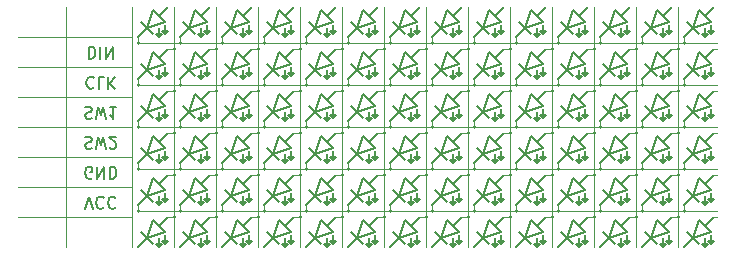
<source format=gbr>
%TF.GenerationSoftware,KiCad,Pcbnew,5.1.6-c6e7f7d~87~ubuntu18.04.1*%
%TF.CreationDate,2020-09-19T20:19:40+02:00*%
%TF.ProjectId,rgbpmod,72676270-6d6f-4642-9e6b-696361645f70,rev?*%
%TF.SameCoordinates,Original*%
%TF.FileFunction,Legend,Bot*%
%TF.FilePolarity,Positive*%
%FSLAX46Y46*%
G04 Gerber Fmt 4.6, Leading zero omitted, Abs format (unit mm)*
G04 Created by KiCad (PCBNEW 5.1.6-c6e7f7d~87~ubuntu18.04.1) date 2020-09-19 20:19:40*
%MOMM*%
%LPD*%
G01*
G04 APERTURE LIST*
%ADD10C,0.120000*%
%ADD11C,0.150000*%
G04 APERTURE END LIST*
D10*
X152908000Y-78740000D02*
X153162000Y-78740000D01*
X150495000Y-78232000D02*
G75*
G03*
X150495000Y-78232000I-127000J0D01*
G01*
X150368000Y-74676000D02*
X150368000Y-74168000D01*
X150368000Y-67564000D02*
X150368000Y-67056000D01*
X152908000Y-64516000D02*
X153162000Y-64516000D01*
X150495000Y-67564000D02*
G75*
G03*
X150495000Y-67564000I-127000J0D01*
G01*
X150368000Y-78232000D02*
X150368000Y-77724000D01*
X152908000Y-68072000D02*
X153162000Y-68072000D01*
X150495000Y-71120000D02*
G75*
G03*
X150495000Y-71120000I-127000J0D01*
G01*
X152908000Y-71628000D02*
X153162000Y-71628000D01*
X150495000Y-74676000D02*
G75*
G03*
X150495000Y-74676000I-127000J0D01*
G01*
X152908000Y-75184000D02*
X153162000Y-75184000D01*
X150495000Y-64008000D02*
G75*
G03*
X150495000Y-64008000I-127000J0D01*
G01*
X150368000Y-64008000D02*
X150368000Y-63500000D01*
X150368000Y-71120000D02*
X150368000Y-70612000D01*
X104140000Y-78232000D02*
X153162000Y-78232000D01*
X104140000Y-74676000D02*
X153162000Y-74676000D01*
X104140000Y-71120000D02*
X153162000Y-71120000D01*
X104140000Y-67564000D02*
X153162000Y-67564000D01*
X104140000Y-64008000D02*
X153162000Y-64008000D01*
X107188000Y-81280000D02*
X107188000Y-60960000D01*
X110744000Y-81280000D02*
X110744000Y-60960000D01*
X114300000Y-81280000D02*
X114300000Y-60960000D01*
X117856000Y-81280000D02*
X117856000Y-60960000D01*
X121412000Y-81280000D02*
X121412000Y-60960000D01*
X124968000Y-60960000D02*
X124968000Y-81280000D01*
X128524000Y-81280000D02*
X128524000Y-60960000D01*
X132080000Y-60960000D02*
X132080000Y-81280000D01*
X135636000Y-81280000D02*
X135636000Y-60960000D01*
X139192000Y-60960000D02*
X139192000Y-81280000D01*
X142748000Y-60960000D02*
X142748000Y-81280000D01*
X146304000Y-60960000D02*
X146304000Y-81280000D01*
X149860000Y-60960000D02*
X149860000Y-81280000D01*
X135763000Y-78740000D02*
G75*
G03*
X135763000Y-78740000I-127000J0D01*
G01*
X120904000Y-78740000D02*
X121412000Y-78740000D01*
X139319000Y-78740000D02*
G75*
G03*
X139319000Y-78740000I-127000J0D01*
G01*
X145796000Y-78740000D02*
X146304000Y-78740000D01*
X124460000Y-78740000D02*
X124968000Y-78740000D01*
X138684000Y-78740000D02*
X139192000Y-78740000D01*
X135128000Y-78740000D02*
X135636000Y-78740000D01*
X149352000Y-78740000D02*
X149860000Y-78740000D01*
X132207000Y-78740000D02*
G75*
G03*
X132207000Y-78740000I-127000J0D01*
G01*
X131572000Y-78740000D02*
X132080000Y-78740000D01*
X125095000Y-78740000D02*
G75*
G03*
X125095000Y-78740000I-127000J0D01*
G01*
X117983000Y-78740000D02*
G75*
G03*
X117983000Y-78740000I-127000J0D01*
G01*
X128651000Y-78740000D02*
G75*
G03*
X128651000Y-78740000I-127000J0D01*
G01*
X113792000Y-78740000D02*
X114300000Y-78740000D01*
X114427000Y-78740000D02*
G75*
G03*
X114427000Y-78740000I-127000J0D01*
G01*
X142875000Y-78740000D02*
G75*
G03*
X142875000Y-78740000I-127000J0D01*
G01*
X142240000Y-78740000D02*
X142748000Y-78740000D01*
X107315000Y-78740000D02*
G75*
G03*
X107315000Y-78740000I-127000J0D01*
G01*
X146431000Y-78740000D02*
G75*
G03*
X146431000Y-78740000I-127000J0D01*
G01*
X128016000Y-78740000D02*
X128524000Y-78740000D01*
X117348000Y-78740000D02*
X117856000Y-78740000D01*
X106680000Y-78740000D02*
X107188000Y-78740000D01*
X149987000Y-78740000D02*
G75*
G03*
X149987000Y-78740000I-127000J0D01*
G01*
X110871000Y-78740000D02*
G75*
G03*
X110871000Y-78740000I-127000J0D01*
G01*
X110236000Y-78740000D02*
X110744000Y-78740000D01*
X121539000Y-78740000D02*
G75*
G03*
X121539000Y-78740000I-127000J0D01*
G01*
X125476000Y-78232000D02*
X125476000Y-77724000D01*
X121920000Y-78232000D02*
X121920000Y-77724000D01*
X135763000Y-75184000D02*
G75*
G03*
X135763000Y-75184000I-127000J0D01*
G01*
X129032000Y-78232000D02*
X129032000Y-77724000D01*
X136144000Y-78232000D02*
X136144000Y-77724000D01*
X114935000Y-78232000D02*
G75*
G03*
X114935000Y-78232000I-127000J0D01*
G01*
X120904000Y-75184000D02*
X121412000Y-75184000D01*
X104267000Y-78232000D02*
G75*
G03*
X104267000Y-78232000I-127000J0D01*
G01*
X104140000Y-78232000D02*
X104140000Y-77724000D01*
X139319000Y-75184000D02*
G75*
G03*
X139319000Y-75184000I-127000J0D01*
G01*
X145796000Y-75184000D02*
X146304000Y-75184000D01*
X124460000Y-75184000D02*
X124968000Y-75184000D01*
X138684000Y-75184000D02*
X139192000Y-75184000D01*
X135128000Y-75184000D02*
X135636000Y-75184000D01*
X149352000Y-75184000D02*
X149860000Y-75184000D01*
X132207000Y-75184000D02*
G75*
G03*
X132207000Y-75184000I-127000J0D01*
G01*
X139700000Y-78232000D02*
X139700000Y-77724000D01*
X107696000Y-78232000D02*
X107696000Y-77724000D01*
X131572000Y-75184000D02*
X132080000Y-75184000D01*
X125095000Y-75184000D02*
G75*
G03*
X125095000Y-75184000I-127000J0D01*
G01*
X117983000Y-75184000D02*
G75*
G03*
X117983000Y-75184000I-127000J0D01*
G01*
X143256000Y-78232000D02*
X143256000Y-77724000D01*
X128651000Y-75184000D02*
G75*
G03*
X128651000Y-75184000I-127000J0D01*
G01*
X136271000Y-78232000D02*
G75*
G03*
X136271000Y-78232000I-127000J0D01*
G01*
X113792000Y-75184000D02*
X114300000Y-75184000D01*
X114427000Y-75184000D02*
G75*
G03*
X114427000Y-75184000I-127000J0D01*
G01*
X111379000Y-78232000D02*
G75*
G03*
X111379000Y-78232000I-127000J0D01*
G01*
X114808000Y-78232000D02*
X114808000Y-77724000D01*
X118491000Y-78232000D02*
G75*
G03*
X118491000Y-78232000I-127000J0D01*
G01*
X142875000Y-75184000D02*
G75*
G03*
X142875000Y-75184000I-127000J0D01*
G01*
X111252000Y-78232000D02*
X111252000Y-77724000D01*
X122047000Y-78232000D02*
G75*
G03*
X122047000Y-78232000I-127000J0D01*
G01*
X142240000Y-75184000D02*
X142748000Y-75184000D01*
X107315000Y-75184000D02*
G75*
G03*
X107315000Y-75184000I-127000J0D01*
G01*
X146431000Y-75184000D02*
G75*
G03*
X146431000Y-75184000I-127000J0D01*
G01*
X128016000Y-75184000D02*
X128524000Y-75184000D01*
X132588000Y-78232000D02*
X132588000Y-77724000D01*
X117348000Y-75184000D02*
X117856000Y-75184000D01*
X106680000Y-75184000D02*
X107188000Y-75184000D01*
X125603000Y-78232000D02*
G75*
G03*
X125603000Y-78232000I-127000J0D01*
G01*
X149987000Y-75184000D02*
G75*
G03*
X149987000Y-75184000I-127000J0D01*
G01*
X110871000Y-75184000D02*
G75*
G03*
X110871000Y-75184000I-127000J0D01*
G01*
X139827000Y-78232000D02*
G75*
G03*
X139827000Y-78232000I-127000J0D01*
G01*
X107823000Y-78232000D02*
G75*
G03*
X107823000Y-78232000I-127000J0D01*
G01*
X110236000Y-75184000D02*
X110744000Y-75184000D01*
X132715000Y-78232000D02*
G75*
G03*
X132715000Y-78232000I-127000J0D01*
G01*
X118364000Y-78232000D02*
X118364000Y-77724000D01*
X129159000Y-78232000D02*
G75*
G03*
X129159000Y-78232000I-127000J0D01*
G01*
X121539000Y-75184000D02*
G75*
G03*
X121539000Y-75184000I-127000J0D01*
G01*
X143383000Y-78232000D02*
G75*
G03*
X143383000Y-78232000I-127000J0D01*
G01*
X146939000Y-78232000D02*
G75*
G03*
X146939000Y-78232000I-127000J0D01*
G01*
X146812000Y-78232000D02*
X146812000Y-77724000D01*
X125476000Y-74676000D02*
X125476000Y-74168000D01*
X121920000Y-74676000D02*
X121920000Y-74168000D01*
X135763000Y-71628000D02*
G75*
G03*
X135763000Y-71628000I-127000J0D01*
G01*
X129032000Y-74676000D02*
X129032000Y-74168000D01*
X136144000Y-74676000D02*
X136144000Y-74168000D01*
X114935000Y-74676000D02*
G75*
G03*
X114935000Y-74676000I-127000J0D01*
G01*
X120904000Y-71628000D02*
X121412000Y-71628000D01*
X104267000Y-74676000D02*
G75*
G03*
X104267000Y-74676000I-127000J0D01*
G01*
X104140000Y-74676000D02*
X104140000Y-74168000D01*
X139319000Y-71628000D02*
G75*
G03*
X139319000Y-71628000I-127000J0D01*
G01*
X145796000Y-71628000D02*
X146304000Y-71628000D01*
X124460000Y-71628000D02*
X124968000Y-71628000D01*
X138684000Y-71628000D02*
X139192000Y-71628000D01*
X135128000Y-71628000D02*
X135636000Y-71628000D01*
X149352000Y-71628000D02*
X149860000Y-71628000D01*
X132207000Y-71628000D02*
G75*
G03*
X132207000Y-71628000I-127000J0D01*
G01*
X139700000Y-74676000D02*
X139700000Y-74168000D01*
X107696000Y-74676000D02*
X107696000Y-74168000D01*
X131572000Y-71628000D02*
X132080000Y-71628000D01*
X125095000Y-71628000D02*
G75*
G03*
X125095000Y-71628000I-127000J0D01*
G01*
X117983000Y-71628000D02*
G75*
G03*
X117983000Y-71628000I-127000J0D01*
G01*
X143256000Y-74676000D02*
X143256000Y-74168000D01*
X128651000Y-71628000D02*
G75*
G03*
X128651000Y-71628000I-127000J0D01*
G01*
X136271000Y-74676000D02*
G75*
G03*
X136271000Y-74676000I-127000J0D01*
G01*
X113792000Y-71628000D02*
X114300000Y-71628000D01*
X114427000Y-71628000D02*
G75*
G03*
X114427000Y-71628000I-127000J0D01*
G01*
X111379000Y-74676000D02*
G75*
G03*
X111379000Y-74676000I-127000J0D01*
G01*
X114808000Y-74676000D02*
X114808000Y-74168000D01*
X118491000Y-74676000D02*
G75*
G03*
X118491000Y-74676000I-127000J0D01*
G01*
X142875000Y-71628000D02*
G75*
G03*
X142875000Y-71628000I-127000J0D01*
G01*
X111252000Y-74676000D02*
X111252000Y-74168000D01*
X122047000Y-74676000D02*
G75*
G03*
X122047000Y-74676000I-127000J0D01*
G01*
X142240000Y-71628000D02*
X142748000Y-71628000D01*
X107315000Y-71628000D02*
G75*
G03*
X107315000Y-71628000I-127000J0D01*
G01*
X146431000Y-71628000D02*
G75*
G03*
X146431000Y-71628000I-127000J0D01*
G01*
X128016000Y-71628000D02*
X128524000Y-71628000D01*
X132588000Y-74676000D02*
X132588000Y-74168000D01*
X117348000Y-71628000D02*
X117856000Y-71628000D01*
X106680000Y-71628000D02*
X107188000Y-71628000D01*
X125603000Y-74676000D02*
G75*
G03*
X125603000Y-74676000I-127000J0D01*
G01*
X149987000Y-71628000D02*
G75*
G03*
X149987000Y-71628000I-127000J0D01*
G01*
X110871000Y-71628000D02*
G75*
G03*
X110871000Y-71628000I-127000J0D01*
G01*
X139827000Y-74676000D02*
G75*
G03*
X139827000Y-74676000I-127000J0D01*
G01*
X107823000Y-74676000D02*
G75*
G03*
X107823000Y-74676000I-127000J0D01*
G01*
X110236000Y-71628000D02*
X110744000Y-71628000D01*
X132715000Y-74676000D02*
G75*
G03*
X132715000Y-74676000I-127000J0D01*
G01*
X118364000Y-74676000D02*
X118364000Y-74168000D01*
X129159000Y-74676000D02*
G75*
G03*
X129159000Y-74676000I-127000J0D01*
G01*
X121539000Y-71628000D02*
G75*
G03*
X121539000Y-71628000I-127000J0D01*
G01*
X143383000Y-74676000D02*
G75*
G03*
X143383000Y-74676000I-127000J0D01*
G01*
X146939000Y-74676000D02*
G75*
G03*
X146939000Y-74676000I-127000J0D01*
G01*
X146812000Y-74676000D02*
X146812000Y-74168000D01*
X125476000Y-71120000D02*
X125476000Y-70612000D01*
X121920000Y-71120000D02*
X121920000Y-70612000D01*
X135763000Y-68072000D02*
G75*
G03*
X135763000Y-68072000I-127000J0D01*
G01*
X129032000Y-71120000D02*
X129032000Y-70612000D01*
X136144000Y-71120000D02*
X136144000Y-70612000D01*
X114935000Y-71120000D02*
G75*
G03*
X114935000Y-71120000I-127000J0D01*
G01*
X120904000Y-68072000D02*
X121412000Y-68072000D01*
X104267000Y-71120000D02*
G75*
G03*
X104267000Y-71120000I-127000J0D01*
G01*
X104140000Y-71120000D02*
X104140000Y-70612000D01*
X139319000Y-68072000D02*
G75*
G03*
X139319000Y-68072000I-127000J0D01*
G01*
X145796000Y-68072000D02*
X146304000Y-68072000D01*
X124460000Y-68072000D02*
X124968000Y-68072000D01*
X138684000Y-68072000D02*
X139192000Y-68072000D01*
X135128000Y-68072000D02*
X135636000Y-68072000D01*
X149352000Y-68072000D02*
X149860000Y-68072000D01*
X132207000Y-68072000D02*
G75*
G03*
X132207000Y-68072000I-127000J0D01*
G01*
X139700000Y-71120000D02*
X139700000Y-70612000D01*
X107696000Y-71120000D02*
X107696000Y-70612000D01*
X131572000Y-68072000D02*
X132080000Y-68072000D01*
X125095000Y-68072000D02*
G75*
G03*
X125095000Y-68072000I-127000J0D01*
G01*
X117983000Y-68072000D02*
G75*
G03*
X117983000Y-68072000I-127000J0D01*
G01*
X143256000Y-71120000D02*
X143256000Y-70612000D01*
X128651000Y-68072000D02*
G75*
G03*
X128651000Y-68072000I-127000J0D01*
G01*
X136271000Y-71120000D02*
G75*
G03*
X136271000Y-71120000I-127000J0D01*
G01*
X113792000Y-68072000D02*
X114300000Y-68072000D01*
X114427000Y-68072000D02*
G75*
G03*
X114427000Y-68072000I-127000J0D01*
G01*
X111379000Y-71120000D02*
G75*
G03*
X111379000Y-71120000I-127000J0D01*
G01*
X114808000Y-71120000D02*
X114808000Y-70612000D01*
X118491000Y-71120000D02*
G75*
G03*
X118491000Y-71120000I-127000J0D01*
G01*
X142875000Y-68072000D02*
G75*
G03*
X142875000Y-68072000I-127000J0D01*
G01*
X111252000Y-71120000D02*
X111252000Y-70612000D01*
X122047000Y-71120000D02*
G75*
G03*
X122047000Y-71120000I-127000J0D01*
G01*
X142240000Y-68072000D02*
X142748000Y-68072000D01*
X107315000Y-68072000D02*
G75*
G03*
X107315000Y-68072000I-127000J0D01*
G01*
X146431000Y-68072000D02*
G75*
G03*
X146431000Y-68072000I-127000J0D01*
G01*
X128016000Y-68072000D02*
X128524000Y-68072000D01*
X132588000Y-71120000D02*
X132588000Y-70612000D01*
X117348000Y-68072000D02*
X117856000Y-68072000D01*
X106680000Y-68072000D02*
X107188000Y-68072000D01*
X125603000Y-71120000D02*
G75*
G03*
X125603000Y-71120000I-127000J0D01*
G01*
X149987000Y-68072000D02*
G75*
G03*
X149987000Y-68072000I-127000J0D01*
G01*
X110871000Y-68072000D02*
G75*
G03*
X110871000Y-68072000I-127000J0D01*
G01*
X139827000Y-71120000D02*
G75*
G03*
X139827000Y-71120000I-127000J0D01*
G01*
X107823000Y-71120000D02*
G75*
G03*
X107823000Y-71120000I-127000J0D01*
G01*
X110236000Y-68072000D02*
X110744000Y-68072000D01*
X132715000Y-71120000D02*
G75*
G03*
X132715000Y-71120000I-127000J0D01*
G01*
X118364000Y-71120000D02*
X118364000Y-70612000D01*
X129159000Y-71120000D02*
G75*
G03*
X129159000Y-71120000I-127000J0D01*
G01*
X121539000Y-68072000D02*
G75*
G03*
X121539000Y-68072000I-127000J0D01*
G01*
X143383000Y-71120000D02*
G75*
G03*
X143383000Y-71120000I-127000J0D01*
G01*
X146939000Y-71120000D02*
G75*
G03*
X146939000Y-71120000I-127000J0D01*
G01*
X146812000Y-71120000D02*
X146812000Y-70612000D01*
X125476000Y-67564000D02*
X125476000Y-67056000D01*
X121920000Y-67564000D02*
X121920000Y-67056000D01*
X135763000Y-64516000D02*
G75*
G03*
X135763000Y-64516000I-127000J0D01*
G01*
X129032000Y-67564000D02*
X129032000Y-67056000D01*
X136144000Y-67564000D02*
X136144000Y-67056000D01*
X114935000Y-67564000D02*
G75*
G03*
X114935000Y-67564000I-127000J0D01*
G01*
X120904000Y-64516000D02*
X121412000Y-64516000D01*
X104267000Y-67564000D02*
G75*
G03*
X104267000Y-67564000I-127000J0D01*
G01*
X104140000Y-67564000D02*
X104140000Y-67056000D01*
X139319000Y-64516000D02*
G75*
G03*
X139319000Y-64516000I-127000J0D01*
G01*
X145796000Y-64516000D02*
X146304000Y-64516000D01*
X124460000Y-64516000D02*
X124968000Y-64516000D01*
X138684000Y-64516000D02*
X139192000Y-64516000D01*
X135128000Y-64516000D02*
X135636000Y-64516000D01*
X149352000Y-64516000D02*
X149860000Y-64516000D01*
X132207000Y-64516000D02*
G75*
G03*
X132207000Y-64516000I-127000J0D01*
G01*
X139700000Y-67564000D02*
X139700000Y-67056000D01*
X107696000Y-67564000D02*
X107696000Y-67056000D01*
X131572000Y-64516000D02*
X132080000Y-64516000D01*
X125095000Y-64516000D02*
G75*
G03*
X125095000Y-64516000I-127000J0D01*
G01*
X117983000Y-64516000D02*
G75*
G03*
X117983000Y-64516000I-127000J0D01*
G01*
X143256000Y-67564000D02*
X143256000Y-67056000D01*
X128651000Y-64516000D02*
G75*
G03*
X128651000Y-64516000I-127000J0D01*
G01*
X136271000Y-67564000D02*
G75*
G03*
X136271000Y-67564000I-127000J0D01*
G01*
X113792000Y-64516000D02*
X114300000Y-64516000D01*
X114427000Y-64516000D02*
G75*
G03*
X114427000Y-64516000I-127000J0D01*
G01*
X111379000Y-67564000D02*
G75*
G03*
X111379000Y-67564000I-127000J0D01*
G01*
X114808000Y-67564000D02*
X114808000Y-67056000D01*
X118491000Y-67564000D02*
G75*
G03*
X118491000Y-67564000I-127000J0D01*
G01*
X142875000Y-64516000D02*
G75*
G03*
X142875000Y-64516000I-127000J0D01*
G01*
X111252000Y-67564000D02*
X111252000Y-67056000D01*
X122047000Y-67564000D02*
G75*
G03*
X122047000Y-67564000I-127000J0D01*
G01*
X142240000Y-64516000D02*
X142748000Y-64516000D01*
X107315000Y-64516000D02*
G75*
G03*
X107315000Y-64516000I-127000J0D01*
G01*
X146431000Y-64516000D02*
G75*
G03*
X146431000Y-64516000I-127000J0D01*
G01*
X128016000Y-64516000D02*
X128524000Y-64516000D01*
X132588000Y-67564000D02*
X132588000Y-67056000D01*
X117348000Y-64516000D02*
X117856000Y-64516000D01*
X106680000Y-64516000D02*
X107188000Y-64516000D01*
X125603000Y-67564000D02*
G75*
G03*
X125603000Y-67564000I-127000J0D01*
G01*
X149987000Y-64516000D02*
G75*
G03*
X149987000Y-64516000I-127000J0D01*
G01*
X110871000Y-64516000D02*
G75*
G03*
X110871000Y-64516000I-127000J0D01*
G01*
X139827000Y-67564000D02*
G75*
G03*
X139827000Y-67564000I-127000J0D01*
G01*
X107823000Y-67564000D02*
G75*
G03*
X107823000Y-67564000I-127000J0D01*
G01*
X110236000Y-64516000D02*
X110744000Y-64516000D01*
X132715000Y-67564000D02*
G75*
G03*
X132715000Y-67564000I-127000J0D01*
G01*
X118364000Y-67564000D02*
X118364000Y-67056000D01*
X129159000Y-67564000D02*
G75*
G03*
X129159000Y-67564000I-127000J0D01*
G01*
X121539000Y-64516000D02*
G75*
G03*
X121539000Y-64516000I-127000J0D01*
G01*
X143383000Y-67564000D02*
G75*
G03*
X143383000Y-67564000I-127000J0D01*
G01*
X146939000Y-67564000D02*
G75*
G03*
X146939000Y-67564000I-127000J0D01*
G01*
X146812000Y-67564000D02*
X146812000Y-67056000D01*
X104140000Y-64008000D02*
X104140000Y-63500000D01*
X104267000Y-64008000D02*
G75*
G03*
X104267000Y-64008000I-127000J0D01*
G01*
X107696000Y-64008000D02*
X107696000Y-63500000D01*
X107823000Y-64008000D02*
G75*
G03*
X107823000Y-64008000I-127000J0D01*
G01*
X111252000Y-64008000D02*
X111252000Y-63500000D01*
X111379000Y-64008000D02*
G75*
G03*
X111379000Y-64008000I-127000J0D01*
G01*
X114808000Y-64008000D02*
X114808000Y-63500000D01*
X114935000Y-64008000D02*
G75*
G03*
X114935000Y-64008000I-127000J0D01*
G01*
X118364000Y-64008000D02*
X118364000Y-63500000D01*
X118491000Y-64008000D02*
G75*
G03*
X118491000Y-64008000I-127000J0D01*
G01*
X121920000Y-64008000D02*
X121920000Y-63500000D01*
X122047000Y-64008000D02*
G75*
G03*
X122047000Y-64008000I-127000J0D01*
G01*
X125476000Y-64008000D02*
X125476000Y-63500000D01*
X125603000Y-64008000D02*
G75*
G03*
X125603000Y-64008000I-127000J0D01*
G01*
X129032000Y-64008000D02*
X129032000Y-63500000D01*
X129159000Y-64008000D02*
G75*
G03*
X129159000Y-64008000I-127000J0D01*
G01*
X132588000Y-64008000D02*
X132588000Y-63500000D01*
X132715000Y-64008000D02*
G75*
G03*
X132715000Y-64008000I-127000J0D01*
G01*
X136144000Y-64008000D02*
X136144000Y-63500000D01*
X136271000Y-64008000D02*
G75*
G03*
X136271000Y-64008000I-127000J0D01*
G01*
X139700000Y-64008000D02*
X139700000Y-63500000D01*
X139827000Y-64008000D02*
G75*
G03*
X139827000Y-64008000I-127000J0D01*
G01*
X146812000Y-64008000D02*
X146812000Y-63500000D01*
X146939000Y-64008000D02*
G75*
G03*
X146939000Y-64008000I-127000J0D01*
G01*
X143383000Y-64008000D02*
G75*
G03*
X143383000Y-64008000I-127000J0D01*
G01*
X143256000Y-64008000D02*
X143256000Y-63500000D01*
X103632000Y-78740000D02*
X93980000Y-78740000D01*
X103632000Y-76200000D02*
X93980000Y-76200000D01*
X103632000Y-73660000D02*
X93980000Y-73660000D01*
X103632000Y-71120000D02*
X93980000Y-71120000D01*
X103632000Y-68580000D02*
X93980000Y-68580000D01*
X103632000Y-66040000D02*
X93980000Y-66040000D01*
X103632000Y-63500000D02*
X93980000Y-63500000D01*
X98044000Y-60960000D02*
X98044000Y-81280000D01*
X103632000Y-60960000D02*
X103632000Y-81280000D01*
D11*
X99631666Y-78017619D02*
X99965000Y-77017619D01*
X100298333Y-78017619D01*
X101203095Y-77112857D02*
X101155476Y-77065238D01*
X101012619Y-77017619D01*
X100917380Y-77017619D01*
X100774523Y-77065238D01*
X100679285Y-77160476D01*
X100631666Y-77255714D01*
X100584047Y-77446190D01*
X100584047Y-77589047D01*
X100631666Y-77779523D01*
X100679285Y-77874761D01*
X100774523Y-77970000D01*
X100917380Y-78017619D01*
X101012619Y-78017619D01*
X101155476Y-77970000D01*
X101203095Y-77922380D01*
X102203095Y-77112857D02*
X102155476Y-77065238D01*
X102012619Y-77017619D01*
X101917380Y-77017619D01*
X101774523Y-77065238D01*
X101679285Y-77160476D01*
X101631666Y-77255714D01*
X101584047Y-77446190D01*
X101584047Y-77589047D01*
X101631666Y-77779523D01*
X101679285Y-77874761D01*
X101774523Y-77970000D01*
X101917380Y-78017619D01*
X102012619Y-78017619D01*
X102155476Y-77970000D01*
X102203095Y-77922380D01*
X100203095Y-75430000D02*
X100107857Y-75477619D01*
X99965000Y-75477619D01*
X99822142Y-75430000D01*
X99726904Y-75334761D01*
X99679285Y-75239523D01*
X99631666Y-75049047D01*
X99631666Y-74906190D01*
X99679285Y-74715714D01*
X99726904Y-74620476D01*
X99822142Y-74525238D01*
X99965000Y-74477619D01*
X100060238Y-74477619D01*
X100203095Y-74525238D01*
X100250714Y-74572857D01*
X100250714Y-74906190D01*
X100060238Y-74906190D01*
X100679285Y-74477619D02*
X100679285Y-75477619D01*
X101250714Y-74477619D01*
X101250714Y-75477619D01*
X101726904Y-74477619D02*
X101726904Y-75477619D01*
X101965000Y-75477619D01*
X102107857Y-75430000D01*
X102203095Y-75334761D01*
X102250714Y-75239523D01*
X102298333Y-75049047D01*
X102298333Y-74906190D01*
X102250714Y-74715714D01*
X102203095Y-74620476D01*
X102107857Y-74525238D01*
X101965000Y-74477619D01*
X101726904Y-74477619D01*
X99631666Y-71985238D02*
X99774523Y-71937619D01*
X100012619Y-71937619D01*
X100107857Y-71985238D01*
X100155476Y-72032857D01*
X100203095Y-72128095D01*
X100203095Y-72223333D01*
X100155476Y-72318571D01*
X100107857Y-72366190D01*
X100012619Y-72413809D01*
X99822142Y-72461428D01*
X99726904Y-72509047D01*
X99679285Y-72556666D01*
X99631666Y-72651904D01*
X99631666Y-72747142D01*
X99679285Y-72842380D01*
X99726904Y-72890000D01*
X99822142Y-72937619D01*
X100060238Y-72937619D01*
X100203095Y-72890000D01*
X100536428Y-72937619D02*
X100774523Y-71937619D01*
X100965000Y-72651904D01*
X101155476Y-71937619D01*
X101393571Y-72937619D01*
X101726904Y-72842380D02*
X101774523Y-72890000D01*
X101869761Y-72937619D01*
X102107857Y-72937619D01*
X102203095Y-72890000D01*
X102250714Y-72842380D01*
X102298333Y-72747142D01*
X102298333Y-72651904D01*
X102250714Y-72509047D01*
X101679285Y-71937619D01*
X102298333Y-71937619D01*
X99631666Y-69445238D02*
X99774523Y-69397619D01*
X100012619Y-69397619D01*
X100107857Y-69445238D01*
X100155476Y-69492857D01*
X100203095Y-69588095D01*
X100203095Y-69683333D01*
X100155476Y-69778571D01*
X100107857Y-69826190D01*
X100012619Y-69873809D01*
X99822142Y-69921428D01*
X99726904Y-69969047D01*
X99679285Y-70016666D01*
X99631666Y-70111904D01*
X99631666Y-70207142D01*
X99679285Y-70302380D01*
X99726904Y-70350000D01*
X99822142Y-70397619D01*
X100060238Y-70397619D01*
X100203095Y-70350000D01*
X100536428Y-70397619D02*
X100774523Y-69397619D01*
X100965000Y-70111904D01*
X101155476Y-69397619D01*
X101393571Y-70397619D01*
X102298333Y-69397619D02*
X101726904Y-69397619D01*
X102012619Y-69397619D02*
X102012619Y-70397619D01*
X101917380Y-70254761D01*
X101822142Y-70159523D01*
X101726904Y-70111904D01*
X100369761Y-66952857D02*
X100322142Y-66905238D01*
X100179285Y-66857619D01*
X100084047Y-66857619D01*
X99941190Y-66905238D01*
X99845952Y-67000476D01*
X99798333Y-67095714D01*
X99750714Y-67286190D01*
X99750714Y-67429047D01*
X99798333Y-67619523D01*
X99845952Y-67714761D01*
X99941190Y-67810000D01*
X100084047Y-67857619D01*
X100179285Y-67857619D01*
X100322142Y-67810000D01*
X100369761Y-67762380D01*
X101274523Y-66857619D02*
X100798333Y-66857619D01*
X100798333Y-67857619D01*
X101607857Y-66857619D02*
X101607857Y-67857619D01*
X102179285Y-66857619D02*
X101750714Y-67429047D01*
X102179285Y-67857619D02*
X101607857Y-67286190D01*
X99941190Y-64317619D02*
X99941190Y-65317619D01*
X100179285Y-65317619D01*
X100322142Y-65270000D01*
X100417380Y-65174761D01*
X100465000Y-65079523D01*
X100512619Y-64889047D01*
X100512619Y-64746190D01*
X100465000Y-64555714D01*
X100417380Y-64460476D01*
X100322142Y-64365238D01*
X100179285Y-64317619D01*
X99941190Y-64317619D01*
X100941190Y-64317619D02*
X100941190Y-65317619D01*
X101417380Y-64317619D02*
X101417380Y-65317619D01*
X101988809Y-64317619D01*
X101988809Y-65317619D01*
%TO.C,REF\u002A\u002A*%
X152146000Y-65278000D02*
X151638000Y-64770000D01*
X151638000Y-64770000D02*
X151130000Y-66294000D01*
X151130000Y-66294000D02*
X152654000Y-65786000D01*
X152654000Y-65786000D02*
X152146000Y-65278000D01*
X152146000Y-65278000D02*
X152908000Y-64516000D01*
X151130000Y-66294000D02*
X150622000Y-65786000D01*
X151130000Y-66294000D02*
X151638000Y-66802000D01*
X151130000Y-66294000D02*
X150368000Y-67056000D01*
X152654000Y-66040000D02*
X152654000Y-66802000D01*
X152654000Y-66802000D02*
X152908000Y-66548000D01*
X152908000Y-66548000D02*
X152400000Y-66548000D01*
X152400000Y-66548000D02*
X152654000Y-66802000D01*
X152146000Y-66294000D02*
X152146000Y-67056000D01*
X152146000Y-67056000D02*
X152400000Y-66802000D01*
X152400000Y-66802000D02*
X151892000Y-66802000D01*
X151892000Y-66802000D02*
X152146000Y-67056000D01*
X152146000Y-72390000D02*
X151638000Y-71882000D01*
X151638000Y-71882000D02*
X151130000Y-73406000D01*
X151130000Y-73406000D02*
X152654000Y-72898000D01*
X152654000Y-72898000D02*
X152146000Y-72390000D01*
X152146000Y-72390000D02*
X152908000Y-71628000D01*
X151130000Y-73406000D02*
X150622000Y-72898000D01*
X151130000Y-73406000D02*
X151638000Y-73914000D01*
X151130000Y-73406000D02*
X150368000Y-74168000D01*
X152654000Y-73152000D02*
X152654000Y-73914000D01*
X152654000Y-73914000D02*
X152908000Y-73660000D01*
X152908000Y-73660000D02*
X152400000Y-73660000D01*
X152400000Y-73660000D02*
X152654000Y-73914000D01*
X152146000Y-73406000D02*
X152146000Y-74168000D01*
X152146000Y-74168000D02*
X152400000Y-73914000D01*
X152400000Y-73914000D02*
X151892000Y-73914000D01*
X151892000Y-73914000D02*
X152146000Y-74168000D01*
X152146000Y-68834000D02*
X151638000Y-68326000D01*
X151638000Y-68326000D02*
X151130000Y-69850000D01*
X151130000Y-69850000D02*
X152654000Y-69342000D01*
X152654000Y-69342000D02*
X152146000Y-68834000D01*
X152146000Y-68834000D02*
X152908000Y-68072000D01*
X151130000Y-69850000D02*
X150622000Y-69342000D01*
X151130000Y-69850000D02*
X151638000Y-70358000D01*
X151130000Y-69850000D02*
X150368000Y-70612000D01*
X152654000Y-69596000D02*
X152654000Y-70358000D01*
X152654000Y-70358000D02*
X152908000Y-70104000D01*
X152908000Y-70104000D02*
X152400000Y-70104000D01*
X152400000Y-70104000D02*
X152654000Y-70358000D01*
X152146000Y-69850000D02*
X152146000Y-70612000D01*
X152146000Y-70612000D02*
X152400000Y-70358000D01*
X152400000Y-70358000D02*
X151892000Y-70358000D01*
X151892000Y-70358000D02*
X152146000Y-70612000D01*
X152146000Y-61722000D02*
X151638000Y-61214000D01*
X151638000Y-61214000D02*
X151130000Y-62738000D01*
X151130000Y-62738000D02*
X152654000Y-62230000D01*
X152654000Y-62230000D02*
X152146000Y-61722000D01*
X152146000Y-61722000D02*
X152908000Y-60960000D01*
X151130000Y-62738000D02*
X150622000Y-62230000D01*
X151130000Y-62738000D02*
X151638000Y-63246000D01*
X151130000Y-62738000D02*
X150368000Y-63500000D01*
X152654000Y-62484000D02*
X152654000Y-63246000D01*
X152654000Y-63246000D02*
X152908000Y-62992000D01*
X152908000Y-62992000D02*
X152400000Y-62992000D01*
X152400000Y-62992000D02*
X152654000Y-63246000D01*
X152146000Y-62738000D02*
X152146000Y-63500000D01*
X152146000Y-63500000D02*
X152400000Y-63246000D01*
X152400000Y-63246000D02*
X151892000Y-63246000D01*
X151892000Y-63246000D02*
X152146000Y-63500000D01*
X152146000Y-79502000D02*
X151638000Y-78994000D01*
X151638000Y-78994000D02*
X151130000Y-80518000D01*
X151130000Y-80518000D02*
X152654000Y-80010000D01*
X152654000Y-80010000D02*
X152146000Y-79502000D01*
X152146000Y-79502000D02*
X152908000Y-78740000D01*
X151130000Y-80518000D02*
X150622000Y-80010000D01*
X151130000Y-80518000D02*
X151638000Y-81026000D01*
X151130000Y-80518000D02*
X150368000Y-81280000D01*
X152654000Y-80264000D02*
X152654000Y-81026000D01*
X152654000Y-81026000D02*
X152908000Y-80772000D01*
X152908000Y-80772000D02*
X152400000Y-80772000D01*
X152400000Y-80772000D02*
X152654000Y-81026000D01*
X152146000Y-80518000D02*
X152146000Y-81280000D01*
X152146000Y-81280000D02*
X152400000Y-81026000D01*
X152400000Y-81026000D02*
X151892000Y-81026000D01*
X151892000Y-81026000D02*
X152146000Y-81280000D01*
X152146000Y-75946000D02*
X151638000Y-75438000D01*
X151638000Y-75438000D02*
X151130000Y-76962000D01*
X151130000Y-76962000D02*
X152654000Y-76454000D01*
X152654000Y-76454000D02*
X152146000Y-75946000D01*
X152146000Y-75946000D02*
X152908000Y-75184000D01*
X151130000Y-76962000D02*
X150622000Y-76454000D01*
X151130000Y-76962000D02*
X151638000Y-77470000D01*
X151130000Y-76962000D02*
X150368000Y-77724000D01*
X152654000Y-76708000D02*
X152654000Y-77470000D01*
X152654000Y-77470000D02*
X152908000Y-77216000D01*
X152908000Y-77216000D02*
X152400000Y-77216000D01*
X152400000Y-77216000D02*
X152654000Y-77470000D01*
X152146000Y-76962000D02*
X152146000Y-77724000D01*
X152146000Y-77724000D02*
X152400000Y-77470000D01*
X152400000Y-77470000D02*
X151892000Y-77470000D01*
X151892000Y-77470000D02*
X152146000Y-77724000D01*
X137922000Y-79502000D02*
X137414000Y-78994000D01*
X137414000Y-78994000D02*
X136906000Y-80518000D01*
X136906000Y-80518000D02*
X138430000Y-80010000D01*
X138430000Y-80010000D02*
X137922000Y-79502000D01*
X137922000Y-79502000D02*
X138684000Y-78740000D01*
X136906000Y-80518000D02*
X136398000Y-80010000D01*
X136906000Y-80518000D02*
X137414000Y-81026000D01*
X136906000Y-80518000D02*
X136144000Y-81280000D01*
X138430000Y-80264000D02*
X138430000Y-81026000D01*
X138430000Y-81026000D02*
X138684000Y-80772000D01*
X138684000Y-80772000D02*
X138176000Y-80772000D01*
X138176000Y-80772000D02*
X138430000Y-81026000D01*
X137922000Y-80518000D02*
X137922000Y-81280000D01*
X137922000Y-81280000D02*
X138176000Y-81026000D01*
X138176000Y-81026000D02*
X137668000Y-81026000D01*
X137668000Y-81026000D02*
X137922000Y-81280000D01*
X134366000Y-79502000D02*
X133858000Y-78994000D01*
X133858000Y-78994000D02*
X133350000Y-80518000D01*
X133350000Y-80518000D02*
X134874000Y-80010000D01*
X134874000Y-80010000D02*
X134366000Y-79502000D01*
X134366000Y-79502000D02*
X135128000Y-78740000D01*
X133350000Y-80518000D02*
X132842000Y-80010000D01*
X133350000Y-80518000D02*
X133858000Y-81026000D01*
X133350000Y-80518000D02*
X132588000Y-81280000D01*
X134874000Y-80264000D02*
X134874000Y-81026000D01*
X134874000Y-81026000D02*
X135128000Y-80772000D01*
X135128000Y-80772000D02*
X134620000Y-80772000D01*
X134620000Y-80772000D02*
X134874000Y-81026000D01*
X134366000Y-80518000D02*
X134366000Y-81280000D01*
X134366000Y-81280000D02*
X134620000Y-81026000D01*
X134620000Y-81026000D02*
X134112000Y-81026000D01*
X134112000Y-81026000D02*
X134366000Y-81280000D01*
X130810000Y-79502000D02*
X130302000Y-78994000D01*
X130302000Y-78994000D02*
X129794000Y-80518000D01*
X129794000Y-80518000D02*
X131318000Y-80010000D01*
X131318000Y-80010000D02*
X130810000Y-79502000D01*
X130810000Y-79502000D02*
X131572000Y-78740000D01*
X129794000Y-80518000D02*
X129286000Y-80010000D01*
X129794000Y-80518000D02*
X130302000Y-81026000D01*
X129794000Y-80518000D02*
X129032000Y-81280000D01*
X131318000Y-80264000D02*
X131318000Y-81026000D01*
X131318000Y-81026000D02*
X131572000Y-80772000D01*
X131572000Y-80772000D02*
X131064000Y-80772000D01*
X131064000Y-80772000D02*
X131318000Y-81026000D01*
X130810000Y-80518000D02*
X130810000Y-81280000D01*
X130810000Y-81280000D02*
X131064000Y-81026000D01*
X131064000Y-81026000D02*
X130556000Y-81026000D01*
X130556000Y-81026000D02*
X130810000Y-81280000D01*
X120142000Y-79502000D02*
X119634000Y-78994000D01*
X119634000Y-78994000D02*
X119126000Y-80518000D01*
X119126000Y-80518000D02*
X120650000Y-80010000D01*
X120650000Y-80010000D02*
X120142000Y-79502000D01*
X120142000Y-79502000D02*
X120904000Y-78740000D01*
X119126000Y-80518000D02*
X118618000Y-80010000D01*
X119126000Y-80518000D02*
X119634000Y-81026000D01*
X119126000Y-80518000D02*
X118364000Y-81280000D01*
X120650000Y-80264000D02*
X120650000Y-81026000D01*
X120650000Y-81026000D02*
X120904000Y-80772000D01*
X120904000Y-80772000D02*
X120396000Y-80772000D01*
X120396000Y-80772000D02*
X120650000Y-81026000D01*
X120142000Y-80518000D02*
X120142000Y-81280000D01*
X120142000Y-81280000D02*
X120396000Y-81026000D01*
X120396000Y-81026000D02*
X119888000Y-81026000D01*
X119888000Y-81026000D02*
X120142000Y-81280000D01*
X105918000Y-79502000D02*
X105410000Y-78994000D01*
X105410000Y-78994000D02*
X104902000Y-80518000D01*
X104902000Y-80518000D02*
X106426000Y-80010000D01*
X106426000Y-80010000D02*
X105918000Y-79502000D01*
X105918000Y-79502000D02*
X106680000Y-78740000D01*
X104902000Y-80518000D02*
X104394000Y-80010000D01*
X104902000Y-80518000D02*
X105410000Y-81026000D01*
X104902000Y-80518000D02*
X104140000Y-81280000D01*
X106426000Y-80264000D02*
X106426000Y-81026000D01*
X106426000Y-81026000D02*
X106680000Y-80772000D01*
X106680000Y-80772000D02*
X106172000Y-80772000D01*
X106172000Y-80772000D02*
X106426000Y-81026000D01*
X105918000Y-80518000D02*
X105918000Y-81280000D01*
X105918000Y-81280000D02*
X106172000Y-81026000D01*
X106172000Y-81026000D02*
X105664000Y-81026000D01*
X105664000Y-81026000D02*
X105918000Y-81280000D01*
X148590000Y-79502000D02*
X148082000Y-78994000D01*
X148082000Y-78994000D02*
X147574000Y-80518000D01*
X147574000Y-80518000D02*
X149098000Y-80010000D01*
X149098000Y-80010000D02*
X148590000Y-79502000D01*
X148590000Y-79502000D02*
X149352000Y-78740000D01*
X147574000Y-80518000D02*
X147066000Y-80010000D01*
X147574000Y-80518000D02*
X148082000Y-81026000D01*
X147574000Y-80518000D02*
X146812000Y-81280000D01*
X149098000Y-80264000D02*
X149098000Y-81026000D01*
X149098000Y-81026000D02*
X149352000Y-80772000D01*
X149352000Y-80772000D02*
X148844000Y-80772000D01*
X148844000Y-80772000D02*
X149098000Y-81026000D01*
X148590000Y-80518000D02*
X148590000Y-81280000D01*
X148590000Y-81280000D02*
X148844000Y-81026000D01*
X148844000Y-81026000D02*
X148336000Y-81026000D01*
X148336000Y-81026000D02*
X148590000Y-81280000D01*
X109474000Y-79502000D02*
X108966000Y-78994000D01*
X108966000Y-78994000D02*
X108458000Y-80518000D01*
X108458000Y-80518000D02*
X109982000Y-80010000D01*
X109982000Y-80010000D02*
X109474000Y-79502000D01*
X109474000Y-79502000D02*
X110236000Y-78740000D01*
X108458000Y-80518000D02*
X107950000Y-80010000D01*
X108458000Y-80518000D02*
X108966000Y-81026000D01*
X108458000Y-80518000D02*
X107696000Y-81280000D01*
X109982000Y-80264000D02*
X109982000Y-81026000D01*
X109982000Y-81026000D02*
X110236000Y-80772000D01*
X110236000Y-80772000D02*
X109728000Y-80772000D01*
X109728000Y-80772000D02*
X109982000Y-81026000D01*
X109474000Y-80518000D02*
X109474000Y-81280000D01*
X109474000Y-81280000D02*
X109728000Y-81026000D01*
X109728000Y-81026000D02*
X109220000Y-81026000D01*
X109220000Y-81026000D02*
X109474000Y-81280000D01*
X123698000Y-79502000D02*
X123190000Y-78994000D01*
X123190000Y-78994000D02*
X122682000Y-80518000D01*
X122682000Y-80518000D02*
X124206000Y-80010000D01*
X124206000Y-80010000D02*
X123698000Y-79502000D01*
X123698000Y-79502000D02*
X124460000Y-78740000D01*
X122682000Y-80518000D02*
X122174000Y-80010000D01*
X122682000Y-80518000D02*
X123190000Y-81026000D01*
X122682000Y-80518000D02*
X121920000Y-81280000D01*
X124206000Y-80264000D02*
X124206000Y-81026000D01*
X124206000Y-81026000D02*
X124460000Y-80772000D01*
X124460000Y-80772000D02*
X123952000Y-80772000D01*
X123952000Y-80772000D02*
X124206000Y-81026000D01*
X123698000Y-80518000D02*
X123698000Y-81280000D01*
X123698000Y-81280000D02*
X123952000Y-81026000D01*
X123952000Y-81026000D02*
X123444000Y-81026000D01*
X123444000Y-81026000D02*
X123698000Y-81280000D01*
X127254000Y-79502000D02*
X126746000Y-78994000D01*
X126746000Y-78994000D02*
X126238000Y-80518000D01*
X126238000Y-80518000D02*
X127762000Y-80010000D01*
X127762000Y-80010000D02*
X127254000Y-79502000D01*
X127254000Y-79502000D02*
X128016000Y-78740000D01*
X126238000Y-80518000D02*
X125730000Y-80010000D01*
X126238000Y-80518000D02*
X126746000Y-81026000D01*
X126238000Y-80518000D02*
X125476000Y-81280000D01*
X127762000Y-80264000D02*
X127762000Y-81026000D01*
X127762000Y-81026000D02*
X128016000Y-80772000D01*
X128016000Y-80772000D02*
X127508000Y-80772000D01*
X127508000Y-80772000D02*
X127762000Y-81026000D01*
X127254000Y-80518000D02*
X127254000Y-81280000D01*
X127254000Y-81280000D02*
X127508000Y-81026000D01*
X127508000Y-81026000D02*
X127000000Y-81026000D01*
X127000000Y-81026000D02*
X127254000Y-81280000D01*
X141478000Y-79502000D02*
X140970000Y-78994000D01*
X140970000Y-78994000D02*
X140462000Y-80518000D01*
X140462000Y-80518000D02*
X141986000Y-80010000D01*
X141986000Y-80010000D02*
X141478000Y-79502000D01*
X141478000Y-79502000D02*
X142240000Y-78740000D01*
X140462000Y-80518000D02*
X139954000Y-80010000D01*
X140462000Y-80518000D02*
X140970000Y-81026000D01*
X140462000Y-80518000D02*
X139700000Y-81280000D01*
X141986000Y-80264000D02*
X141986000Y-81026000D01*
X141986000Y-81026000D02*
X142240000Y-80772000D01*
X142240000Y-80772000D02*
X141732000Y-80772000D01*
X141732000Y-80772000D02*
X141986000Y-81026000D01*
X141478000Y-80518000D02*
X141478000Y-81280000D01*
X141478000Y-81280000D02*
X141732000Y-81026000D01*
X141732000Y-81026000D02*
X141224000Y-81026000D01*
X141224000Y-81026000D02*
X141478000Y-81280000D01*
X113030000Y-79502000D02*
X112522000Y-78994000D01*
X112522000Y-78994000D02*
X112014000Y-80518000D01*
X112014000Y-80518000D02*
X113538000Y-80010000D01*
X113538000Y-80010000D02*
X113030000Y-79502000D01*
X113030000Y-79502000D02*
X113792000Y-78740000D01*
X112014000Y-80518000D02*
X111506000Y-80010000D01*
X112014000Y-80518000D02*
X112522000Y-81026000D01*
X112014000Y-80518000D02*
X111252000Y-81280000D01*
X113538000Y-80264000D02*
X113538000Y-81026000D01*
X113538000Y-81026000D02*
X113792000Y-80772000D01*
X113792000Y-80772000D02*
X113284000Y-80772000D01*
X113284000Y-80772000D02*
X113538000Y-81026000D01*
X113030000Y-80518000D02*
X113030000Y-81280000D01*
X113030000Y-81280000D02*
X113284000Y-81026000D01*
X113284000Y-81026000D02*
X112776000Y-81026000D01*
X112776000Y-81026000D02*
X113030000Y-81280000D01*
X145034000Y-79502000D02*
X144526000Y-78994000D01*
X144526000Y-78994000D02*
X144018000Y-80518000D01*
X144018000Y-80518000D02*
X145542000Y-80010000D01*
X145542000Y-80010000D02*
X145034000Y-79502000D01*
X145034000Y-79502000D02*
X145796000Y-78740000D01*
X144018000Y-80518000D02*
X143510000Y-80010000D01*
X144018000Y-80518000D02*
X144526000Y-81026000D01*
X144018000Y-80518000D02*
X143256000Y-81280000D01*
X145542000Y-80264000D02*
X145542000Y-81026000D01*
X145542000Y-81026000D02*
X145796000Y-80772000D01*
X145796000Y-80772000D02*
X145288000Y-80772000D01*
X145288000Y-80772000D02*
X145542000Y-81026000D01*
X145034000Y-80518000D02*
X145034000Y-81280000D01*
X145034000Y-81280000D02*
X145288000Y-81026000D01*
X145288000Y-81026000D02*
X144780000Y-81026000D01*
X144780000Y-81026000D02*
X145034000Y-81280000D01*
X116586000Y-79502000D02*
X116078000Y-78994000D01*
X116078000Y-78994000D02*
X115570000Y-80518000D01*
X115570000Y-80518000D02*
X117094000Y-80010000D01*
X117094000Y-80010000D02*
X116586000Y-79502000D01*
X116586000Y-79502000D02*
X117348000Y-78740000D01*
X115570000Y-80518000D02*
X115062000Y-80010000D01*
X115570000Y-80518000D02*
X116078000Y-81026000D01*
X115570000Y-80518000D02*
X114808000Y-81280000D01*
X117094000Y-80264000D02*
X117094000Y-81026000D01*
X117094000Y-81026000D02*
X117348000Y-80772000D01*
X117348000Y-80772000D02*
X116840000Y-80772000D01*
X116840000Y-80772000D02*
X117094000Y-81026000D01*
X116586000Y-80518000D02*
X116586000Y-81280000D01*
X116586000Y-81280000D02*
X116840000Y-81026000D01*
X116840000Y-81026000D02*
X116332000Y-81026000D01*
X116332000Y-81026000D02*
X116586000Y-81280000D01*
X137922000Y-75946000D02*
X137414000Y-75438000D01*
X137414000Y-75438000D02*
X136906000Y-76962000D01*
X136906000Y-76962000D02*
X138430000Y-76454000D01*
X138430000Y-76454000D02*
X137922000Y-75946000D01*
X137922000Y-75946000D02*
X138684000Y-75184000D01*
X136906000Y-76962000D02*
X136398000Y-76454000D01*
X136906000Y-76962000D02*
X137414000Y-77470000D01*
X136906000Y-76962000D02*
X136144000Y-77724000D01*
X138430000Y-76708000D02*
X138430000Y-77470000D01*
X138430000Y-77470000D02*
X138684000Y-77216000D01*
X138684000Y-77216000D02*
X138176000Y-77216000D01*
X138176000Y-77216000D02*
X138430000Y-77470000D01*
X137922000Y-76962000D02*
X137922000Y-77724000D01*
X137922000Y-77724000D02*
X138176000Y-77470000D01*
X138176000Y-77470000D02*
X137668000Y-77470000D01*
X137668000Y-77470000D02*
X137922000Y-77724000D01*
X134366000Y-75946000D02*
X133858000Y-75438000D01*
X133858000Y-75438000D02*
X133350000Y-76962000D01*
X133350000Y-76962000D02*
X134874000Y-76454000D01*
X134874000Y-76454000D02*
X134366000Y-75946000D01*
X134366000Y-75946000D02*
X135128000Y-75184000D01*
X133350000Y-76962000D02*
X132842000Y-76454000D01*
X133350000Y-76962000D02*
X133858000Y-77470000D01*
X133350000Y-76962000D02*
X132588000Y-77724000D01*
X134874000Y-76708000D02*
X134874000Y-77470000D01*
X134874000Y-77470000D02*
X135128000Y-77216000D01*
X135128000Y-77216000D02*
X134620000Y-77216000D01*
X134620000Y-77216000D02*
X134874000Y-77470000D01*
X134366000Y-76962000D02*
X134366000Y-77724000D01*
X134366000Y-77724000D02*
X134620000Y-77470000D01*
X134620000Y-77470000D02*
X134112000Y-77470000D01*
X134112000Y-77470000D02*
X134366000Y-77724000D01*
X130810000Y-75946000D02*
X130302000Y-75438000D01*
X130302000Y-75438000D02*
X129794000Y-76962000D01*
X129794000Y-76962000D02*
X131318000Y-76454000D01*
X131318000Y-76454000D02*
X130810000Y-75946000D01*
X130810000Y-75946000D02*
X131572000Y-75184000D01*
X129794000Y-76962000D02*
X129286000Y-76454000D01*
X129794000Y-76962000D02*
X130302000Y-77470000D01*
X129794000Y-76962000D02*
X129032000Y-77724000D01*
X131318000Y-76708000D02*
X131318000Y-77470000D01*
X131318000Y-77470000D02*
X131572000Y-77216000D01*
X131572000Y-77216000D02*
X131064000Y-77216000D01*
X131064000Y-77216000D02*
X131318000Y-77470000D01*
X130810000Y-76962000D02*
X130810000Y-77724000D01*
X130810000Y-77724000D02*
X131064000Y-77470000D01*
X131064000Y-77470000D02*
X130556000Y-77470000D01*
X130556000Y-77470000D02*
X130810000Y-77724000D01*
X120142000Y-75946000D02*
X119634000Y-75438000D01*
X119634000Y-75438000D02*
X119126000Y-76962000D01*
X119126000Y-76962000D02*
X120650000Y-76454000D01*
X120650000Y-76454000D02*
X120142000Y-75946000D01*
X120142000Y-75946000D02*
X120904000Y-75184000D01*
X119126000Y-76962000D02*
X118618000Y-76454000D01*
X119126000Y-76962000D02*
X119634000Y-77470000D01*
X119126000Y-76962000D02*
X118364000Y-77724000D01*
X120650000Y-76708000D02*
X120650000Y-77470000D01*
X120650000Y-77470000D02*
X120904000Y-77216000D01*
X120904000Y-77216000D02*
X120396000Y-77216000D01*
X120396000Y-77216000D02*
X120650000Y-77470000D01*
X120142000Y-76962000D02*
X120142000Y-77724000D01*
X120142000Y-77724000D02*
X120396000Y-77470000D01*
X120396000Y-77470000D02*
X119888000Y-77470000D01*
X119888000Y-77470000D02*
X120142000Y-77724000D01*
X105918000Y-75946000D02*
X105410000Y-75438000D01*
X105410000Y-75438000D02*
X104902000Y-76962000D01*
X104902000Y-76962000D02*
X106426000Y-76454000D01*
X106426000Y-76454000D02*
X105918000Y-75946000D01*
X105918000Y-75946000D02*
X106680000Y-75184000D01*
X104902000Y-76962000D02*
X104394000Y-76454000D01*
X104902000Y-76962000D02*
X105410000Y-77470000D01*
X104902000Y-76962000D02*
X104140000Y-77724000D01*
X106426000Y-76708000D02*
X106426000Y-77470000D01*
X106426000Y-77470000D02*
X106680000Y-77216000D01*
X106680000Y-77216000D02*
X106172000Y-77216000D01*
X106172000Y-77216000D02*
X106426000Y-77470000D01*
X105918000Y-76962000D02*
X105918000Y-77724000D01*
X105918000Y-77724000D02*
X106172000Y-77470000D01*
X106172000Y-77470000D02*
X105664000Y-77470000D01*
X105664000Y-77470000D02*
X105918000Y-77724000D01*
X148590000Y-75946000D02*
X148082000Y-75438000D01*
X148082000Y-75438000D02*
X147574000Y-76962000D01*
X147574000Y-76962000D02*
X149098000Y-76454000D01*
X149098000Y-76454000D02*
X148590000Y-75946000D01*
X148590000Y-75946000D02*
X149352000Y-75184000D01*
X147574000Y-76962000D02*
X147066000Y-76454000D01*
X147574000Y-76962000D02*
X148082000Y-77470000D01*
X147574000Y-76962000D02*
X146812000Y-77724000D01*
X149098000Y-76708000D02*
X149098000Y-77470000D01*
X149098000Y-77470000D02*
X149352000Y-77216000D01*
X149352000Y-77216000D02*
X148844000Y-77216000D01*
X148844000Y-77216000D02*
X149098000Y-77470000D01*
X148590000Y-76962000D02*
X148590000Y-77724000D01*
X148590000Y-77724000D02*
X148844000Y-77470000D01*
X148844000Y-77470000D02*
X148336000Y-77470000D01*
X148336000Y-77470000D02*
X148590000Y-77724000D01*
X109474000Y-75946000D02*
X108966000Y-75438000D01*
X108966000Y-75438000D02*
X108458000Y-76962000D01*
X108458000Y-76962000D02*
X109982000Y-76454000D01*
X109982000Y-76454000D02*
X109474000Y-75946000D01*
X109474000Y-75946000D02*
X110236000Y-75184000D01*
X108458000Y-76962000D02*
X107950000Y-76454000D01*
X108458000Y-76962000D02*
X108966000Y-77470000D01*
X108458000Y-76962000D02*
X107696000Y-77724000D01*
X109982000Y-76708000D02*
X109982000Y-77470000D01*
X109982000Y-77470000D02*
X110236000Y-77216000D01*
X110236000Y-77216000D02*
X109728000Y-77216000D01*
X109728000Y-77216000D02*
X109982000Y-77470000D01*
X109474000Y-76962000D02*
X109474000Y-77724000D01*
X109474000Y-77724000D02*
X109728000Y-77470000D01*
X109728000Y-77470000D02*
X109220000Y-77470000D01*
X109220000Y-77470000D02*
X109474000Y-77724000D01*
X123698000Y-75946000D02*
X123190000Y-75438000D01*
X123190000Y-75438000D02*
X122682000Y-76962000D01*
X122682000Y-76962000D02*
X124206000Y-76454000D01*
X124206000Y-76454000D02*
X123698000Y-75946000D01*
X123698000Y-75946000D02*
X124460000Y-75184000D01*
X122682000Y-76962000D02*
X122174000Y-76454000D01*
X122682000Y-76962000D02*
X123190000Y-77470000D01*
X122682000Y-76962000D02*
X121920000Y-77724000D01*
X124206000Y-76708000D02*
X124206000Y-77470000D01*
X124206000Y-77470000D02*
X124460000Y-77216000D01*
X124460000Y-77216000D02*
X123952000Y-77216000D01*
X123952000Y-77216000D02*
X124206000Y-77470000D01*
X123698000Y-76962000D02*
X123698000Y-77724000D01*
X123698000Y-77724000D02*
X123952000Y-77470000D01*
X123952000Y-77470000D02*
X123444000Y-77470000D01*
X123444000Y-77470000D02*
X123698000Y-77724000D01*
X127254000Y-75946000D02*
X126746000Y-75438000D01*
X126746000Y-75438000D02*
X126238000Y-76962000D01*
X126238000Y-76962000D02*
X127762000Y-76454000D01*
X127762000Y-76454000D02*
X127254000Y-75946000D01*
X127254000Y-75946000D02*
X128016000Y-75184000D01*
X126238000Y-76962000D02*
X125730000Y-76454000D01*
X126238000Y-76962000D02*
X126746000Y-77470000D01*
X126238000Y-76962000D02*
X125476000Y-77724000D01*
X127762000Y-76708000D02*
X127762000Y-77470000D01*
X127762000Y-77470000D02*
X128016000Y-77216000D01*
X128016000Y-77216000D02*
X127508000Y-77216000D01*
X127508000Y-77216000D02*
X127762000Y-77470000D01*
X127254000Y-76962000D02*
X127254000Y-77724000D01*
X127254000Y-77724000D02*
X127508000Y-77470000D01*
X127508000Y-77470000D02*
X127000000Y-77470000D01*
X127000000Y-77470000D02*
X127254000Y-77724000D01*
X141478000Y-75946000D02*
X140970000Y-75438000D01*
X140970000Y-75438000D02*
X140462000Y-76962000D01*
X140462000Y-76962000D02*
X141986000Y-76454000D01*
X141986000Y-76454000D02*
X141478000Y-75946000D01*
X141478000Y-75946000D02*
X142240000Y-75184000D01*
X140462000Y-76962000D02*
X139954000Y-76454000D01*
X140462000Y-76962000D02*
X140970000Y-77470000D01*
X140462000Y-76962000D02*
X139700000Y-77724000D01*
X141986000Y-76708000D02*
X141986000Y-77470000D01*
X141986000Y-77470000D02*
X142240000Y-77216000D01*
X142240000Y-77216000D02*
X141732000Y-77216000D01*
X141732000Y-77216000D02*
X141986000Y-77470000D01*
X141478000Y-76962000D02*
X141478000Y-77724000D01*
X141478000Y-77724000D02*
X141732000Y-77470000D01*
X141732000Y-77470000D02*
X141224000Y-77470000D01*
X141224000Y-77470000D02*
X141478000Y-77724000D01*
X113030000Y-75946000D02*
X112522000Y-75438000D01*
X112522000Y-75438000D02*
X112014000Y-76962000D01*
X112014000Y-76962000D02*
X113538000Y-76454000D01*
X113538000Y-76454000D02*
X113030000Y-75946000D01*
X113030000Y-75946000D02*
X113792000Y-75184000D01*
X112014000Y-76962000D02*
X111506000Y-76454000D01*
X112014000Y-76962000D02*
X112522000Y-77470000D01*
X112014000Y-76962000D02*
X111252000Y-77724000D01*
X113538000Y-76708000D02*
X113538000Y-77470000D01*
X113538000Y-77470000D02*
X113792000Y-77216000D01*
X113792000Y-77216000D02*
X113284000Y-77216000D01*
X113284000Y-77216000D02*
X113538000Y-77470000D01*
X113030000Y-76962000D02*
X113030000Y-77724000D01*
X113030000Y-77724000D02*
X113284000Y-77470000D01*
X113284000Y-77470000D02*
X112776000Y-77470000D01*
X112776000Y-77470000D02*
X113030000Y-77724000D01*
X145034000Y-75946000D02*
X144526000Y-75438000D01*
X144526000Y-75438000D02*
X144018000Y-76962000D01*
X144018000Y-76962000D02*
X145542000Y-76454000D01*
X145542000Y-76454000D02*
X145034000Y-75946000D01*
X145034000Y-75946000D02*
X145796000Y-75184000D01*
X144018000Y-76962000D02*
X143510000Y-76454000D01*
X144018000Y-76962000D02*
X144526000Y-77470000D01*
X144018000Y-76962000D02*
X143256000Y-77724000D01*
X145542000Y-76708000D02*
X145542000Y-77470000D01*
X145542000Y-77470000D02*
X145796000Y-77216000D01*
X145796000Y-77216000D02*
X145288000Y-77216000D01*
X145288000Y-77216000D02*
X145542000Y-77470000D01*
X145034000Y-76962000D02*
X145034000Y-77724000D01*
X145034000Y-77724000D02*
X145288000Y-77470000D01*
X145288000Y-77470000D02*
X144780000Y-77470000D01*
X144780000Y-77470000D02*
X145034000Y-77724000D01*
X116586000Y-75946000D02*
X116078000Y-75438000D01*
X116078000Y-75438000D02*
X115570000Y-76962000D01*
X115570000Y-76962000D02*
X117094000Y-76454000D01*
X117094000Y-76454000D02*
X116586000Y-75946000D01*
X116586000Y-75946000D02*
X117348000Y-75184000D01*
X115570000Y-76962000D02*
X115062000Y-76454000D01*
X115570000Y-76962000D02*
X116078000Y-77470000D01*
X115570000Y-76962000D02*
X114808000Y-77724000D01*
X117094000Y-76708000D02*
X117094000Y-77470000D01*
X117094000Y-77470000D02*
X117348000Y-77216000D01*
X117348000Y-77216000D02*
X116840000Y-77216000D01*
X116840000Y-77216000D02*
X117094000Y-77470000D01*
X116586000Y-76962000D02*
X116586000Y-77724000D01*
X116586000Y-77724000D02*
X116840000Y-77470000D01*
X116840000Y-77470000D02*
X116332000Y-77470000D01*
X116332000Y-77470000D02*
X116586000Y-77724000D01*
X137922000Y-72390000D02*
X137414000Y-71882000D01*
X137414000Y-71882000D02*
X136906000Y-73406000D01*
X136906000Y-73406000D02*
X138430000Y-72898000D01*
X138430000Y-72898000D02*
X137922000Y-72390000D01*
X137922000Y-72390000D02*
X138684000Y-71628000D01*
X136906000Y-73406000D02*
X136398000Y-72898000D01*
X136906000Y-73406000D02*
X137414000Y-73914000D01*
X136906000Y-73406000D02*
X136144000Y-74168000D01*
X138430000Y-73152000D02*
X138430000Y-73914000D01*
X138430000Y-73914000D02*
X138684000Y-73660000D01*
X138684000Y-73660000D02*
X138176000Y-73660000D01*
X138176000Y-73660000D02*
X138430000Y-73914000D01*
X137922000Y-73406000D02*
X137922000Y-74168000D01*
X137922000Y-74168000D02*
X138176000Y-73914000D01*
X138176000Y-73914000D02*
X137668000Y-73914000D01*
X137668000Y-73914000D02*
X137922000Y-74168000D01*
X134366000Y-72390000D02*
X133858000Y-71882000D01*
X133858000Y-71882000D02*
X133350000Y-73406000D01*
X133350000Y-73406000D02*
X134874000Y-72898000D01*
X134874000Y-72898000D02*
X134366000Y-72390000D01*
X134366000Y-72390000D02*
X135128000Y-71628000D01*
X133350000Y-73406000D02*
X132842000Y-72898000D01*
X133350000Y-73406000D02*
X133858000Y-73914000D01*
X133350000Y-73406000D02*
X132588000Y-74168000D01*
X134874000Y-73152000D02*
X134874000Y-73914000D01*
X134874000Y-73914000D02*
X135128000Y-73660000D01*
X135128000Y-73660000D02*
X134620000Y-73660000D01*
X134620000Y-73660000D02*
X134874000Y-73914000D01*
X134366000Y-73406000D02*
X134366000Y-74168000D01*
X134366000Y-74168000D02*
X134620000Y-73914000D01*
X134620000Y-73914000D02*
X134112000Y-73914000D01*
X134112000Y-73914000D02*
X134366000Y-74168000D01*
X130810000Y-72390000D02*
X130302000Y-71882000D01*
X130302000Y-71882000D02*
X129794000Y-73406000D01*
X129794000Y-73406000D02*
X131318000Y-72898000D01*
X131318000Y-72898000D02*
X130810000Y-72390000D01*
X130810000Y-72390000D02*
X131572000Y-71628000D01*
X129794000Y-73406000D02*
X129286000Y-72898000D01*
X129794000Y-73406000D02*
X130302000Y-73914000D01*
X129794000Y-73406000D02*
X129032000Y-74168000D01*
X131318000Y-73152000D02*
X131318000Y-73914000D01*
X131318000Y-73914000D02*
X131572000Y-73660000D01*
X131572000Y-73660000D02*
X131064000Y-73660000D01*
X131064000Y-73660000D02*
X131318000Y-73914000D01*
X130810000Y-73406000D02*
X130810000Y-74168000D01*
X130810000Y-74168000D02*
X131064000Y-73914000D01*
X131064000Y-73914000D02*
X130556000Y-73914000D01*
X130556000Y-73914000D02*
X130810000Y-74168000D01*
X120142000Y-72390000D02*
X119634000Y-71882000D01*
X119634000Y-71882000D02*
X119126000Y-73406000D01*
X119126000Y-73406000D02*
X120650000Y-72898000D01*
X120650000Y-72898000D02*
X120142000Y-72390000D01*
X120142000Y-72390000D02*
X120904000Y-71628000D01*
X119126000Y-73406000D02*
X118618000Y-72898000D01*
X119126000Y-73406000D02*
X119634000Y-73914000D01*
X119126000Y-73406000D02*
X118364000Y-74168000D01*
X120650000Y-73152000D02*
X120650000Y-73914000D01*
X120650000Y-73914000D02*
X120904000Y-73660000D01*
X120904000Y-73660000D02*
X120396000Y-73660000D01*
X120396000Y-73660000D02*
X120650000Y-73914000D01*
X120142000Y-73406000D02*
X120142000Y-74168000D01*
X120142000Y-74168000D02*
X120396000Y-73914000D01*
X120396000Y-73914000D02*
X119888000Y-73914000D01*
X119888000Y-73914000D02*
X120142000Y-74168000D01*
X105918000Y-72390000D02*
X105410000Y-71882000D01*
X105410000Y-71882000D02*
X104902000Y-73406000D01*
X104902000Y-73406000D02*
X106426000Y-72898000D01*
X106426000Y-72898000D02*
X105918000Y-72390000D01*
X105918000Y-72390000D02*
X106680000Y-71628000D01*
X104902000Y-73406000D02*
X104394000Y-72898000D01*
X104902000Y-73406000D02*
X105410000Y-73914000D01*
X104902000Y-73406000D02*
X104140000Y-74168000D01*
X106426000Y-73152000D02*
X106426000Y-73914000D01*
X106426000Y-73914000D02*
X106680000Y-73660000D01*
X106680000Y-73660000D02*
X106172000Y-73660000D01*
X106172000Y-73660000D02*
X106426000Y-73914000D01*
X105918000Y-73406000D02*
X105918000Y-74168000D01*
X105918000Y-74168000D02*
X106172000Y-73914000D01*
X106172000Y-73914000D02*
X105664000Y-73914000D01*
X105664000Y-73914000D02*
X105918000Y-74168000D01*
X148590000Y-72390000D02*
X148082000Y-71882000D01*
X148082000Y-71882000D02*
X147574000Y-73406000D01*
X147574000Y-73406000D02*
X149098000Y-72898000D01*
X149098000Y-72898000D02*
X148590000Y-72390000D01*
X148590000Y-72390000D02*
X149352000Y-71628000D01*
X147574000Y-73406000D02*
X147066000Y-72898000D01*
X147574000Y-73406000D02*
X148082000Y-73914000D01*
X147574000Y-73406000D02*
X146812000Y-74168000D01*
X149098000Y-73152000D02*
X149098000Y-73914000D01*
X149098000Y-73914000D02*
X149352000Y-73660000D01*
X149352000Y-73660000D02*
X148844000Y-73660000D01*
X148844000Y-73660000D02*
X149098000Y-73914000D01*
X148590000Y-73406000D02*
X148590000Y-74168000D01*
X148590000Y-74168000D02*
X148844000Y-73914000D01*
X148844000Y-73914000D02*
X148336000Y-73914000D01*
X148336000Y-73914000D02*
X148590000Y-74168000D01*
X109474000Y-72390000D02*
X108966000Y-71882000D01*
X108966000Y-71882000D02*
X108458000Y-73406000D01*
X108458000Y-73406000D02*
X109982000Y-72898000D01*
X109982000Y-72898000D02*
X109474000Y-72390000D01*
X109474000Y-72390000D02*
X110236000Y-71628000D01*
X108458000Y-73406000D02*
X107950000Y-72898000D01*
X108458000Y-73406000D02*
X108966000Y-73914000D01*
X108458000Y-73406000D02*
X107696000Y-74168000D01*
X109982000Y-73152000D02*
X109982000Y-73914000D01*
X109982000Y-73914000D02*
X110236000Y-73660000D01*
X110236000Y-73660000D02*
X109728000Y-73660000D01*
X109728000Y-73660000D02*
X109982000Y-73914000D01*
X109474000Y-73406000D02*
X109474000Y-74168000D01*
X109474000Y-74168000D02*
X109728000Y-73914000D01*
X109728000Y-73914000D02*
X109220000Y-73914000D01*
X109220000Y-73914000D02*
X109474000Y-74168000D01*
X123698000Y-72390000D02*
X123190000Y-71882000D01*
X123190000Y-71882000D02*
X122682000Y-73406000D01*
X122682000Y-73406000D02*
X124206000Y-72898000D01*
X124206000Y-72898000D02*
X123698000Y-72390000D01*
X123698000Y-72390000D02*
X124460000Y-71628000D01*
X122682000Y-73406000D02*
X122174000Y-72898000D01*
X122682000Y-73406000D02*
X123190000Y-73914000D01*
X122682000Y-73406000D02*
X121920000Y-74168000D01*
X124206000Y-73152000D02*
X124206000Y-73914000D01*
X124206000Y-73914000D02*
X124460000Y-73660000D01*
X124460000Y-73660000D02*
X123952000Y-73660000D01*
X123952000Y-73660000D02*
X124206000Y-73914000D01*
X123698000Y-73406000D02*
X123698000Y-74168000D01*
X123698000Y-74168000D02*
X123952000Y-73914000D01*
X123952000Y-73914000D02*
X123444000Y-73914000D01*
X123444000Y-73914000D02*
X123698000Y-74168000D01*
X127254000Y-72390000D02*
X126746000Y-71882000D01*
X126746000Y-71882000D02*
X126238000Y-73406000D01*
X126238000Y-73406000D02*
X127762000Y-72898000D01*
X127762000Y-72898000D02*
X127254000Y-72390000D01*
X127254000Y-72390000D02*
X128016000Y-71628000D01*
X126238000Y-73406000D02*
X125730000Y-72898000D01*
X126238000Y-73406000D02*
X126746000Y-73914000D01*
X126238000Y-73406000D02*
X125476000Y-74168000D01*
X127762000Y-73152000D02*
X127762000Y-73914000D01*
X127762000Y-73914000D02*
X128016000Y-73660000D01*
X128016000Y-73660000D02*
X127508000Y-73660000D01*
X127508000Y-73660000D02*
X127762000Y-73914000D01*
X127254000Y-73406000D02*
X127254000Y-74168000D01*
X127254000Y-74168000D02*
X127508000Y-73914000D01*
X127508000Y-73914000D02*
X127000000Y-73914000D01*
X127000000Y-73914000D02*
X127254000Y-74168000D01*
X141478000Y-72390000D02*
X140970000Y-71882000D01*
X140970000Y-71882000D02*
X140462000Y-73406000D01*
X140462000Y-73406000D02*
X141986000Y-72898000D01*
X141986000Y-72898000D02*
X141478000Y-72390000D01*
X141478000Y-72390000D02*
X142240000Y-71628000D01*
X140462000Y-73406000D02*
X139954000Y-72898000D01*
X140462000Y-73406000D02*
X140970000Y-73914000D01*
X140462000Y-73406000D02*
X139700000Y-74168000D01*
X141986000Y-73152000D02*
X141986000Y-73914000D01*
X141986000Y-73914000D02*
X142240000Y-73660000D01*
X142240000Y-73660000D02*
X141732000Y-73660000D01*
X141732000Y-73660000D02*
X141986000Y-73914000D01*
X141478000Y-73406000D02*
X141478000Y-74168000D01*
X141478000Y-74168000D02*
X141732000Y-73914000D01*
X141732000Y-73914000D02*
X141224000Y-73914000D01*
X141224000Y-73914000D02*
X141478000Y-74168000D01*
X113030000Y-72390000D02*
X112522000Y-71882000D01*
X112522000Y-71882000D02*
X112014000Y-73406000D01*
X112014000Y-73406000D02*
X113538000Y-72898000D01*
X113538000Y-72898000D02*
X113030000Y-72390000D01*
X113030000Y-72390000D02*
X113792000Y-71628000D01*
X112014000Y-73406000D02*
X111506000Y-72898000D01*
X112014000Y-73406000D02*
X112522000Y-73914000D01*
X112014000Y-73406000D02*
X111252000Y-74168000D01*
X113538000Y-73152000D02*
X113538000Y-73914000D01*
X113538000Y-73914000D02*
X113792000Y-73660000D01*
X113792000Y-73660000D02*
X113284000Y-73660000D01*
X113284000Y-73660000D02*
X113538000Y-73914000D01*
X113030000Y-73406000D02*
X113030000Y-74168000D01*
X113030000Y-74168000D02*
X113284000Y-73914000D01*
X113284000Y-73914000D02*
X112776000Y-73914000D01*
X112776000Y-73914000D02*
X113030000Y-74168000D01*
X145034000Y-72390000D02*
X144526000Y-71882000D01*
X144526000Y-71882000D02*
X144018000Y-73406000D01*
X144018000Y-73406000D02*
X145542000Y-72898000D01*
X145542000Y-72898000D02*
X145034000Y-72390000D01*
X145034000Y-72390000D02*
X145796000Y-71628000D01*
X144018000Y-73406000D02*
X143510000Y-72898000D01*
X144018000Y-73406000D02*
X144526000Y-73914000D01*
X144018000Y-73406000D02*
X143256000Y-74168000D01*
X145542000Y-73152000D02*
X145542000Y-73914000D01*
X145542000Y-73914000D02*
X145796000Y-73660000D01*
X145796000Y-73660000D02*
X145288000Y-73660000D01*
X145288000Y-73660000D02*
X145542000Y-73914000D01*
X145034000Y-73406000D02*
X145034000Y-74168000D01*
X145034000Y-74168000D02*
X145288000Y-73914000D01*
X145288000Y-73914000D02*
X144780000Y-73914000D01*
X144780000Y-73914000D02*
X145034000Y-74168000D01*
X116586000Y-72390000D02*
X116078000Y-71882000D01*
X116078000Y-71882000D02*
X115570000Y-73406000D01*
X115570000Y-73406000D02*
X117094000Y-72898000D01*
X117094000Y-72898000D02*
X116586000Y-72390000D01*
X116586000Y-72390000D02*
X117348000Y-71628000D01*
X115570000Y-73406000D02*
X115062000Y-72898000D01*
X115570000Y-73406000D02*
X116078000Y-73914000D01*
X115570000Y-73406000D02*
X114808000Y-74168000D01*
X117094000Y-73152000D02*
X117094000Y-73914000D01*
X117094000Y-73914000D02*
X117348000Y-73660000D01*
X117348000Y-73660000D02*
X116840000Y-73660000D01*
X116840000Y-73660000D02*
X117094000Y-73914000D01*
X116586000Y-73406000D02*
X116586000Y-74168000D01*
X116586000Y-74168000D02*
X116840000Y-73914000D01*
X116840000Y-73914000D02*
X116332000Y-73914000D01*
X116332000Y-73914000D02*
X116586000Y-74168000D01*
X137922000Y-68834000D02*
X137414000Y-68326000D01*
X137414000Y-68326000D02*
X136906000Y-69850000D01*
X136906000Y-69850000D02*
X138430000Y-69342000D01*
X138430000Y-69342000D02*
X137922000Y-68834000D01*
X137922000Y-68834000D02*
X138684000Y-68072000D01*
X136906000Y-69850000D02*
X136398000Y-69342000D01*
X136906000Y-69850000D02*
X137414000Y-70358000D01*
X136906000Y-69850000D02*
X136144000Y-70612000D01*
X138430000Y-69596000D02*
X138430000Y-70358000D01*
X138430000Y-70358000D02*
X138684000Y-70104000D01*
X138684000Y-70104000D02*
X138176000Y-70104000D01*
X138176000Y-70104000D02*
X138430000Y-70358000D01*
X137922000Y-69850000D02*
X137922000Y-70612000D01*
X137922000Y-70612000D02*
X138176000Y-70358000D01*
X138176000Y-70358000D02*
X137668000Y-70358000D01*
X137668000Y-70358000D02*
X137922000Y-70612000D01*
X134366000Y-68834000D02*
X133858000Y-68326000D01*
X133858000Y-68326000D02*
X133350000Y-69850000D01*
X133350000Y-69850000D02*
X134874000Y-69342000D01*
X134874000Y-69342000D02*
X134366000Y-68834000D01*
X134366000Y-68834000D02*
X135128000Y-68072000D01*
X133350000Y-69850000D02*
X132842000Y-69342000D01*
X133350000Y-69850000D02*
X133858000Y-70358000D01*
X133350000Y-69850000D02*
X132588000Y-70612000D01*
X134874000Y-69596000D02*
X134874000Y-70358000D01*
X134874000Y-70358000D02*
X135128000Y-70104000D01*
X135128000Y-70104000D02*
X134620000Y-70104000D01*
X134620000Y-70104000D02*
X134874000Y-70358000D01*
X134366000Y-69850000D02*
X134366000Y-70612000D01*
X134366000Y-70612000D02*
X134620000Y-70358000D01*
X134620000Y-70358000D02*
X134112000Y-70358000D01*
X134112000Y-70358000D02*
X134366000Y-70612000D01*
X130810000Y-68834000D02*
X130302000Y-68326000D01*
X130302000Y-68326000D02*
X129794000Y-69850000D01*
X129794000Y-69850000D02*
X131318000Y-69342000D01*
X131318000Y-69342000D02*
X130810000Y-68834000D01*
X130810000Y-68834000D02*
X131572000Y-68072000D01*
X129794000Y-69850000D02*
X129286000Y-69342000D01*
X129794000Y-69850000D02*
X130302000Y-70358000D01*
X129794000Y-69850000D02*
X129032000Y-70612000D01*
X131318000Y-69596000D02*
X131318000Y-70358000D01*
X131318000Y-70358000D02*
X131572000Y-70104000D01*
X131572000Y-70104000D02*
X131064000Y-70104000D01*
X131064000Y-70104000D02*
X131318000Y-70358000D01*
X130810000Y-69850000D02*
X130810000Y-70612000D01*
X130810000Y-70612000D02*
X131064000Y-70358000D01*
X131064000Y-70358000D02*
X130556000Y-70358000D01*
X130556000Y-70358000D02*
X130810000Y-70612000D01*
X120142000Y-68834000D02*
X119634000Y-68326000D01*
X119634000Y-68326000D02*
X119126000Y-69850000D01*
X119126000Y-69850000D02*
X120650000Y-69342000D01*
X120650000Y-69342000D02*
X120142000Y-68834000D01*
X120142000Y-68834000D02*
X120904000Y-68072000D01*
X119126000Y-69850000D02*
X118618000Y-69342000D01*
X119126000Y-69850000D02*
X119634000Y-70358000D01*
X119126000Y-69850000D02*
X118364000Y-70612000D01*
X120650000Y-69596000D02*
X120650000Y-70358000D01*
X120650000Y-70358000D02*
X120904000Y-70104000D01*
X120904000Y-70104000D02*
X120396000Y-70104000D01*
X120396000Y-70104000D02*
X120650000Y-70358000D01*
X120142000Y-69850000D02*
X120142000Y-70612000D01*
X120142000Y-70612000D02*
X120396000Y-70358000D01*
X120396000Y-70358000D02*
X119888000Y-70358000D01*
X119888000Y-70358000D02*
X120142000Y-70612000D01*
X105918000Y-68834000D02*
X105410000Y-68326000D01*
X105410000Y-68326000D02*
X104902000Y-69850000D01*
X104902000Y-69850000D02*
X106426000Y-69342000D01*
X106426000Y-69342000D02*
X105918000Y-68834000D01*
X105918000Y-68834000D02*
X106680000Y-68072000D01*
X104902000Y-69850000D02*
X104394000Y-69342000D01*
X104902000Y-69850000D02*
X105410000Y-70358000D01*
X104902000Y-69850000D02*
X104140000Y-70612000D01*
X106426000Y-69596000D02*
X106426000Y-70358000D01*
X106426000Y-70358000D02*
X106680000Y-70104000D01*
X106680000Y-70104000D02*
X106172000Y-70104000D01*
X106172000Y-70104000D02*
X106426000Y-70358000D01*
X105918000Y-69850000D02*
X105918000Y-70612000D01*
X105918000Y-70612000D02*
X106172000Y-70358000D01*
X106172000Y-70358000D02*
X105664000Y-70358000D01*
X105664000Y-70358000D02*
X105918000Y-70612000D01*
X148590000Y-68834000D02*
X148082000Y-68326000D01*
X148082000Y-68326000D02*
X147574000Y-69850000D01*
X147574000Y-69850000D02*
X149098000Y-69342000D01*
X149098000Y-69342000D02*
X148590000Y-68834000D01*
X148590000Y-68834000D02*
X149352000Y-68072000D01*
X147574000Y-69850000D02*
X147066000Y-69342000D01*
X147574000Y-69850000D02*
X148082000Y-70358000D01*
X147574000Y-69850000D02*
X146812000Y-70612000D01*
X149098000Y-69596000D02*
X149098000Y-70358000D01*
X149098000Y-70358000D02*
X149352000Y-70104000D01*
X149352000Y-70104000D02*
X148844000Y-70104000D01*
X148844000Y-70104000D02*
X149098000Y-70358000D01*
X148590000Y-69850000D02*
X148590000Y-70612000D01*
X148590000Y-70612000D02*
X148844000Y-70358000D01*
X148844000Y-70358000D02*
X148336000Y-70358000D01*
X148336000Y-70358000D02*
X148590000Y-70612000D01*
X109474000Y-68834000D02*
X108966000Y-68326000D01*
X108966000Y-68326000D02*
X108458000Y-69850000D01*
X108458000Y-69850000D02*
X109982000Y-69342000D01*
X109982000Y-69342000D02*
X109474000Y-68834000D01*
X109474000Y-68834000D02*
X110236000Y-68072000D01*
X108458000Y-69850000D02*
X107950000Y-69342000D01*
X108458000Y-69850000D02*
X108966000Y-70358000D01*
X108458000Y-69850000D02*
X107696000Y-70612000D01*
X109982000Y-69596000D02*
X109982000Y-70358000D01*
X109982000Y-70358000D02*
X110236000Y-70104000D01*
X110236000Y-70104000D02*
X109728000Y-70104000D01*
X109728000Y-70104000D02*
X109982000Y-70358000D01*
X109474000Y-69850000D02*
X109474000Y-70612000D01*
X109474000Y-70612000D02*
X109728000Y-70358000D01*
X109728000Y-70358000D02*
X109220000Y-70358000D01*
X109220000Y-70358000D02*
X109474000Y-70612000D01*
X123698000Y-68834000D02*
X123190000Y-68326000D01*
X123190000Y-68326000D02*
X122682000Y-69850000D01*
X122682000Y-69850000D02*
X124206000Y-69342000D01*
X124206000Y-69342000D02*
X123698000Y-68834000D01*
X123698000Y-68834000D02*
X124460000Y-68072000D01*
X122682000Y-69850000D02*
X122174000Y-69342000D01*
X122682000Y-69850000D02*
X123190000Y-70358000D01*
X122682000Y-69850000D02*
X121920000Y-70612000D01*
X124206000Y-69596000D02*
X124206000Y-70358000D01*
X124206000Y-70358000D02*
X124460000Y-70104000D01*
X124460000Y-70104000D02*
X123952000Y-70104000D01*
X123952000Y-70104000D02*
X124206000Y-70358000D01*
X123698000Y-69850000D02*
X123698000Y-70612000D01*
X123698000Y-70612000D02*
X123952000Y-70358000D01*
X123952000Y-70358000D02*
X123444000Y-70358000D01*
X123444000Y-70358000D02*
X123698000Y-70612000D01*
X127254000Y-68834000D02*
X126746000Y-68326000D01*
X126746000Y-68326000D02*
X126238000Y-69850000D01*
X126238000Y-69850000D02*
X127762000Y-69342000D01*
X127762000Y-69342000D02*
X127254000Y-68834000D01*
X127254000Y-68834000D02*
X128016000Y-68072000D01*
X126238000Y-69850000D02*
X125730000Y-69342000D01*
X126238000Y-69850000D02*
X126746000Y-70358000D01*
X126238000Y-69850000D02*
X125476000Y-70612000D01*
X127762000Y-69596000D02*
X127762000Y-70358000D01*
X127762000Y-70358000D02*
X128016000Y-70104000D01*
X128016000Y-70104000D02*
X127508000Y-70104000D01*
X127508000Y-70104000D02*
X127762000Y-70358000D01*
X127254000Y-69850000D02*
X127254000Y-70612000D01*
X127254000Y-70612000D02*
X127508000Y-70358000D01*
X127508000Y-70358000D02*
X127000000Y-70358000D01*
X127000000Y-70358000D02*
X127254000Y-70612000D01*
X141478000Y-68834000D02*
X140970000Y-68326000D01*
X140970000Y-68326000D02*
X140462000Y-69850000D01*
X140462000Y-69850000D02*
X141986000Y-69342000D01*
X141986000Y-69342000D02*
X141478000Y-68834000D01*
X141478000Y-68834000D02*
X142240000Y-68072000D01*
X140462000Y-69850000D02*
X139954000Y-69342000D01*
X140462000Y-69850000D02*
X140970000Y-70358000D01*
X140462000Y-69850000D02*
X139700000Y-70612000D01*
X141986000Y-69596000D02*
X141986000Y-70358000D01*
X141986000Y-70358000D02*
X142240000Y-70104000D01*
X142240000Y-70104000D02*
X141732000Y-70104000D01*
X141732000Y-70104000D02*
X141986000Y-70358000D01*
X141478000Y-69850000D02*
X141478000Y-70612000D01*
X141478000Y-70612000D02*
X141732000Y-70358000D01*
X141732000Y-70358000D02*
X141224000Y-70358000D01*
X141224000Y-70358000D02*
X141478000Y-70612000D01*
X113030000Y-68834000D02*
X112522000Y-68326000D01*
X112522000Y-68326000D02*
X112014000Y-69850000D01*
X112014000Y-69850000D02*
X113538000Y-69342000D01*
X113538000Y-69342000D02*
X113030000Y-68834000D01*
X113030000Y-68834000D02*
X113792000Y-68072000D01*
X112014000Y-69850000D02*
X111506000Y-69342000D01*
X112014000Y-69850000D02*
X112522000Y-70358000D01*
X112014000Y-69850000D02*
X111252000Y-70612000D01*
X113538000Y-69596000D02*
X113538000Y-70358000D01*
X113538000Y-70358000D02*
X113792000Y-70104000D01*
X113792000Y-70104000D02*
X113284000Y-70104000D01*
X113284000Y-70104000D02*
X113538000Y-70358000D01*
X113030000Y-69850000D02*
X113030000Y-70612000D01*
X113030000Y-70612000D02*
X113284000Y-70358000D01*
X113284000Y-70358000D02*
X112776000Y-70358000D01*
X112776000Y-70358000D02*
X113030000Y-70612000D01*
X145034000Y-68834000D02*
X144526000Y-68326000D01*
X144526000Y-68326000D02*
X144018000Y-69850000D01*
X144018000Y-69850000D02*
X145542000Y-69342000D01*
X145542000Y-69342000D02*
X145034000Y-68834000D01*
X145034000Y-68834000D02*
X145796000Y-68072000D01*
X144018000Y-69850000D02*
X143510000Y-69342000D01*
X144018000Y-69850000D02*
X144526000Y-70358000D01*
X144018000Y-69850000D02*
X143256000Y-70612000D01*
X145542000Y-69596000D02*
X145542000Y-70358000D01*
X145542000Y-70358000D02*
X145796000Y-70104000D01*
X145796000Y-70104000D02*
X145288000Y-70104000D01*
X145288000Y-70104000D02*
X145542000Y-70358000D01*
X145034000Y-69850000D02*
X145034000Y-70612000D01*
X145034000Y-70612000D02*
X145288000Y-70358000D01*
X145288000Y-70358000D02*
X144780000Y-70358000D01*
X144780000Y-70358000D02*
X145034000Y-70612000D01*
X116586000Y-68834000D02*
X116078000Y-68326000D01*
X116078000Y-68326000D02*
X115570000Y-69850000D01*
X115570000Y-69850000D02*
X117094000Y-69342000D01*
X117094000Y-69342000D02*
X116586000Y-68834000D01*
X116586000Y-68834000D02*
X117348000Y-68072000D01*
X115570000Y-69850000D02*
X115062000Y-69342000D01*
X115570000Y-69850000D02*
X116078000Y-70358000D01*
X115570000Y-69850000D02*
X114808000Y-70612000D01*
X117094000Y-69596000D02*
X117094000Y-70358000D01*
X117094000Y-70358000D02*
X117348000Y-70104000D01*
X117348000Y-70104000D02*
X116840000Y-70104000D01*
X116840000Y-70104000D02*
X117094000Y-70358000D01*
X116586000Y-69850000D02*
X116586000Y-70612000D01*
X116586000Y-70612000D02*
X116840000Y-70358000D01*
X116840000Y-70358000D02*
X116332000Y-70358000D01*
X116332000Y-70358000D02*
X116586000Y-70612000D01*
X137922000Y-65278000D02*
X137414000Y-64770000D01*
X137414000Y-64770000D02*
X136906000Y-66294000D01*
X136906000Y-66294000D02*
X138430000Y-65786000D01*
X138430000Y-65786000D02*
X137922000Y-65278000D01*
X137922000Y-65278000D02*
X138684000Y-64516000D01*
X136906000Y-66294000D02*
X136398000Y-65786000D01*
X136906000Y-66294000D02*
X137414000Y-66802000D01*
X136906000Y-66294000D02*
X136144000Y-67056000D01*
X138430000Y-66040000D02*
X138430000Y-66802000D01*
X138430000Y-66802000D02*
X138684000Y-66548000D01*
X138684000Y-66548000D02*
X138176000Y-66548000D01*
X138176000Y-66548000D02*
X138430000Y-66802000D01*
X137922000Y-66294000D02*
X137922000Y-67056000D01*
X137922000Y-67056000D02*
X138176000Y-66802000D01*
X138176000Y-66802000D02*
X137668000Y-66802000D01*
X137668000Y-66802000D02*
X137922000Y-67056000D01*
X134366000Y-65278000D02*
X133858000Y-64770000D01*
X133858000Y-64770000D02*
X133350000Y-66294000D01*
X133350000Y-66294000D02*
X134874000Y-65786000D01*
X134874000Y-65786000D02*
X134366000Y-65278000D01*
X134366000Y-65278000D02*
X135128000Y-64516000D01*
X133350000Y-66294000D02*
X132842000Y-65786000D01*
X133350000Y-66294000D02*
X133858000Y-66802000D01*
X133350000Y-66294000D02*
X132588000Y-67056000D01*
X134874000Y-66040000D02*
X134874000Y-66802000D01*
X134874000Y-66802000D02*
X135128000Y-66548000D01*
X135128000Y-66548000D02*
X134620000Y-66548000D01*
X134620000Y-66548000D02*
X134874000Y-66802000D01*
X134366000Y-66294000D02*
X134366000Y-67056000D01*
X134366000Y-67056000D02*
X134620000Y-66802000D01*
X134620000Y-66802000D02*
X134112000Y-66802000D01*
X134112000Y-66802000D02*
X134366000Y-67056000D01*
X130810000Y-65278000D02*
X130302000Y-64770000D01*
X130302000Y-64770000D02*
X129794000Y-66294000D01*
X129794000Y-66294000D02*
X131318000Y-65786000D01*
X131318000Y-65786000D02*
X130810000Y-65278000D01*
X130810000Y-65278000D02*
X131572000Y-64516000D01*
X129794000Y-66294000D02*
X129286000Y-65786000D01*
X129794000Y-66294000D02*
X130302000Y-66802000D01*
X129794000Y-66294000D02*
X129032000Y-67056000D01*
X131318000Y-66040000D02*
X131318000Y-66802000D01*
X131318000Y-66802000D02*
X131572000Y-66548000D01*
X131572000Y-66548000D02*
X131064000Y-66548000D01*
X131064000Y-66548000D02*
X131318000Y-66802000D01*
X130810000Y-66294000D02*
X130810000Y-67056000D01*
X130810000Y-67056000D02*
X131064000Y-66802000D01*
X131064000Y-66802000D02*
X130556000Y-66802000D01*
X130556000Y-66802000D02*
X130810000Y-67056000D01*
X120142000Y-65278000D02*
X119634000Y-64770000D01*
X119634000Y-64770000D02*
X119126000Y-66294000D01*
X119126000Y-66294000D02*
X120650000Y-65786000D01*
X120650000Y-65786000D02*
X120142000Y-65278000D01*
X120142000Y-65278000D02*
X120904000Y-64516000D01*
X119126000Y-66294000D02*
X118618000Y-65786000D01*
X119126000Y-66294000D02*
X119634000Y-66802000D01*
X119126000Y-66294000D02*
X118364000Y-67056000D01*
X120650000Y-66040000D02*
X120650000Y-66802000D01*
X120650000Y-66802000D02*
X120904000Y-66548000D01*
X120904000Y-66548000D02*
X120396000Y-66548000D01*
X120396000Y-66548000D02*
X120650000Y-66802000D01*
X120142000Y-66294000D02*
X120142000Y-67056000D01*
X120142000Y-67056000D02*
X120396000Y-66802000D01*
X120396000Y-66802000D02*
X119888000Y-66802000D01*
X119888000Y-66802000D02*
X120142000Y-67056000D01*
X105918000Y-65278000D02*
X105410000Y-64770000D01*
X105410000Y-64770000D02*
X104902000Y-66294000D01*
X104902000Y-66294000D02*
X106426000Y-65786000D01*
X106426000Y-65786000D02*
X105918000Y-65278000D01*
X105918000Y-65278000D02*
X106680000Y-64516000D01*
X104902000Y-66294000D02*
X104394000Y-65786000D01*
X104902000Y-66294000D02*
X105410000Y-66802000D01*
X104902000Y-66294000D02*
X104140000Y-67056000D01*
X106426000Y-66040000D02*
X106426000Y-66802000D01*
X106426000Y-66802000D02*
X106680000Y-66548000D01*
X106680000Y-66548000D02*
X106172000Y-66548000D01*
X106172000Y-66548000D02*
X106426000Y-66802000D01*
X105918000Y-66294000D02*
X105918000Y-67056000D01*
X105918000Y-67056000D02*
X106172000Y-66802000D01*
X106172000Y-66802000D02*
X105664000Y-66802000D01*
X105664000Y-66802000D02*
X105918000Y-67056000D01*
X148590000Y-65278000D02*
X148082000Y-64770000D01*
X148082000Y-64770000D02*
X147574000Y-66294000D01*
X147574000Y-66294000D02*
X149098000Y-65786000D01*
X149098000Y-65786000D02*
X148590000Y-65278000D01*
X148590000Y-65278000D02*
X149352000Y-64516000D01*
X147574000Y-66294000D02*
X147066000Y-65786000D01*
X147574000Y-66294000D02*
X148082000Y-66802000D01*
X147574000Y-66294000D02*
X146812000Y-67056000D01*
X149098000Y-66040000D02*
X149098000Y-66802000D01*
X149098000Y-66802000D02*
X149352000Y-66548000D01*
X149352000Y-66548000D02*
X148844000Y-66548000D01*
X148844000Y-66548000D02*
X149098000Y-66802000D01*
X148590000Y-66294000D02*
X148590000Y-67056000D01*
X148590000Y-67056000D02*
X148844000Y-66802000D01*
X148844000Y-66802000D02*
X148336000Y-66802000D01*
X148336000Y-66802000D02*
X148590000Y-67056000D01*
X109474000Y-65278000D02*
X108966000Y-64770000D01*
X108966000Y-64770000D02*
X108458000Y-66294000D01*
X108458000Y-66294000D02*
X109982000Y-65786000D01*
X109982000Y-65786000D02*
X109474000Y-65278000D01*
X109474000Y-65278000D02*
X110236000Y-64516000D01*
X108458000Y-66294000D02*
X107950000Y-65786000D01*
X108458000Y-66294000D02*
X108966000Y-66802000D01*
X108458000Y-66294000D02*
X107696000Y-67056000D01*
X109982000Y-66040000D02*
X109982000Y-66802000D01*
X109982000Y-66802000D02*
X110236000Y-66548000D01*
X110236000Y-66548000D02*
X109728000Y-66548000D01*
X109728000Y-66548000D02*
X109982000Y-66802000D01*
X109474000Y-66294000D02*
X109474000Y-67056000D01*
X109474000Y-67056000D02*
X109728000Y-66802000D01*
X109728000Y-66802000D02*
X109220000Y-66802000D01*
X109220000Y-66802000D02*
X109474000Y-67056000D01*
X123698000Y-65278000D02*
X123190000Y-64770000D01*
X123190000Y-64770000D02*
X122682000Y-66294000D01*
X122682000Y-66294000D02*
X124206000Y-65786000D01*
X124206000Y-65786000D02*
X123698000Y-65278000D01*
X123698000Y-65278000D02*
X124460000Y-64516000D01*
X122682000Y-66294000D02*
X122174000Y-65786000D01*
X122682000Y-66294000D02*
X123190000Y-66802000D01*
X122682000Y-66294000D02*
X121920000Y-67056000D01*
X124206000Y-66040000D02*
X124206000Y-66802000D01*
X124206000Y-66802000D02*
X124460000Y-66548000D01*
X124460000Y-66548000D02*
X123952000Y-66548000D01*
X123952000Y-66548000D02*
X124206000Y-66802000D01*
X123698000Y-66294000D02*
X123698000Y-67056000D01*
X123698000Y-67056000D02*
X123952000Y-66802000D01*
X123952000Y-66802000D02*
X123444000Y-66802000D01*
X123444000Y-66802000D02*
X123698000Y-67056000D01*
X127254000Y-65278000D02*
X126746000Y-64770000D01*
X126746000Y-64770000D02*
X126238000Y-66294000D01*
X126238000Y-66294000D02*
X127762000Y-65786000D01*
X127762000Y-65786000D02*
X127254000Y-65278000D01*
X127254000Y-65278000D02*
X128016000Y-64516000D01*
X126238000Y-66294000D02*
X125730000Y-65786000D01*
X126238000Y-66294000D02*
X126746000Y-66802000D01*
X126238000Y-66294000D02*
X125476000Y-67056000D01*
X127762000Y-66040000D02*
X127762000Y-66802000D01*
X127762000Y-66802000D02*
X128016000Y-66548000D01*
X128016000Y-66548000D02*
X127508000Y-66548000D01*
X127508000Y-66548000D02*
X127762000Y-66802000D01*
X127254000Y-66294000D02*
X127254000Y-67056000D01*
X127254000Y-67056000D02*
X127508000Y-66802000D01*
X127508000Y-66802000D02*
X127000000Y-66802000D01*
X127000000Y-66802000D02*
X127254000Y-67056000D01*
X141478000Y-65278000D02*
X140970000Y-64770000D01*
X140970000Y-64770000D02*
X140462000Y-66294000D01*
X140462000Y-66294000D02*
X141986000Y-65786000D01*
X141986000Y-65786000D02*
X141478000Y-65278000D01*
X141478000Y-65278000D02*
X142240000Y-64516000D01*
X140462000Y-66294000D02*
X139954000Y-65786000D01*
X140462000Y-66294000D02*
X140970000Y-66802000D01*
X140462000Y-66294000D02*
X139700000Y-67056000D01*
X141986000Y-66040000D02*
X141986000Y-66802000D01*
X141986000Y-66802000D02*
X142240000Y-66548000D01*
X142240000Y-66548000D02*
X141732000Y-66548000D01*
X141732000Y-66548000D02*
X141986000Y-66802000D01*
X141478000Y-66294000D02*
X141478000Y-67056000D01*
X141478000Y-67056000D02*
X141732000Y-66802000D01*
X141732000Y-66802000D02*
X141224000Y-66802000D01*
X141224000Y-66802000D02*
X141478000Y-67056000D01*
X113030000Y-65278000D02*
X112522000Y-64770000D01*
X112522000Y-64770000D02*
X112014000Y-66294000D01*
X112014000Y-66294000D02*
X113538000Y-65786000D01*
X113538000Y-65786000D02*
X113030000Y-65278000D01*
X113030000Y-65278000D02*
X113792000Y-64516000D01*
X112014000Y-66294000D02*
X111506000Y-65786000D01*
X112014000Y-66294000D02*
X112522000Y-66802000D01*
X112014000Y-66294000D02*
X111252000Y-67056000D01*
X113538000Y-66040000D02*
X113538000Y-66802000D01*
X113538000Y-66802000D02*
X113792000Y-66548000D01*
X113792000Y-66548000D02*
X113284000Y-66548000D01*
X113284000Y-66548000D02*
X113538000Y-66802000D01*
X113030000Y-66294000D02*
X113030000Y-67056000D01*
X113030000Y-67056000D02*
X113284000Y-66802000D01*
X113284000Y-66802000D02*
X112776000Y-66802000D01*
X112776000Y-66802000D02*
X113030000Y-67056000D01*
X145034000Y-65278000D02*
X144526000Y-64770000D01*
X144526000Y-64770000D02*
X144018000Y-66294000D01*
X144018000Y-66294000D02*
X145542000Y-65786000D01*
X145542000Y-65786000D02*
X145034000Y-65278000D01*
X145034000Y-65278000D02*
X145796000Y-64516000D01*
X144018000Y-66294000D02*
X143510000Y-65786000D01*
X144018000Y-66294000D02*
X144526000Y-66802000D01*
X144018000Y-66294000D02*
X143256000Y-67056000D01*
X145542000Y-66040000D02*
X145542000Y-66802000D01*
X145542000Y-66802000D02*
X145796000Y-66548000D01*
X145796000Y-66548000D02*
X145288000Y-66548000D01*
X145288000Y-66548000D02*
X145542000Y-66802000D01*
X145034000Y-66294000D02*
X145034000Y-67056000D01*
X145034000Y-67056000D02*
X145288000Y-66802000D01*
X145288000Y-66802000D02*
X144780000Y-66802000D01*
X144780000Y-66802000D02*
X145034000Y-67056000D01*
X116586000Y-65278000D02*
X116078000Y-64770000D01*
X116078000Y-64770000D02*
X115570000Y-66294000D01*
X115570000Y-66294000D02*
X117094000Y-65786000D01*
X117094000Y-65786000D02*
X116586000Y-65278000D01*
X116586000Y-65278000D02*
X117348000Y-64516000D01*
X115570000Y-66294000D02*
X115062000Y-65786000D01*
X115570000Y-66294000D02*
X116078000Y-66802000D01*
X115570000Y-66294000D02*
X114808000Y-67056000D01*
X117094000Y-66040000D02*
X117094000Y-66802000D01*
X117094000Y-66802000D02*
X117348000Y-66548000D01*
X117348000Y-66548000D02*
X116840000Y-66548000D01*
X116840000Y-66548000D02*
X117094000Y-66802000D01*
X116586000Y-66294000D02*
X116586000Y-67056000D01*
X116586000Y-67056000D02*
X116840000Y-66802000D01*
X116840000Y-66802000D02*
X116332000Y-66802000D01*
X116332000Y-66802000D02*
X116586000Y-67056000D01*
X105918000Y-61722000D02*
X105410000Y-61214000D01*
X105410000Y-61214000D02*
X104902000Y-62738000D01*
X104902000Y-62738000D02*
X106426000Y-62230000D01*
X106426000Y-62230000D02*
X105918000Y-61722000D01*
X105918000Y-61722000D02*
X106680000Y-60960000D01*
X104902000Y-62738000D02*
X104394000Y-62230000D01*
X104902000Y-62738000D02*
X105410000Y-63246000D01*
X104902000Y-62738000D02*
X104140000Y-63500000D01*
X106426000Y-62484000D02*
X106426000Y-63246000D01*
X106426000Y-63246000D02*
X106680000Y-62992000D01*
X106680000Y-62992000D02*
X106172000Y-62992000D01*
X106172000Y-62992000D02*
X106426000Y-63246000D01*
X105918000Y-62738000D02*
X105918000Y-63500000D01*
X105918000Y-63500000D02*
X106172000Y-63246000D01*
X106172000Y-63246000D02*
X105664000Y-63246000D01*
X105664000Y-63246000D02*
X105918000Y-63500000D01*
X109474000Y-61722000D02*
X108966000Y-61214000D01*
X108966000Y-61214000D02*
X108458000Y-62738000D01*
X108458000Y-62738000D02*
X109982000Y-62230000D01*
X109982000Y-62230000D02*
X109474000Y-61722000D01*
X109474000Y-61722000D02*
X110236000Y-60960000D01*
X108458000Y-62738000D02*
X107950000Y-62230000D01*
X108458000Y-62738000D02*
X108966000Y-63246000D01*
X108458000Y-62738000D02*
X107696000Y-63500000D01*
X109982000Y-62484000D02*
X109982000Y-63246000D01*
X109982000Y-63246000D02*
X110236000Y-62992000D01*
X110236000Y-62992000D02*
X109728000Y-62992000D01*
X109728000Y-62992000D02*
X109982000Y-63246000D01*
X109474000Y-62738000D02*
X109474000Y-63500000D01*
X109474000Y-63500000D02*
X109728000Y-63246000D01*
X109728000Y-63246000D02*
X109220000Y-63246000D01*
X109220000Y-63246000D02*
X109474000Y-63500000D01*
X113030000Y-61722000D02*
X112522000Y-61214000D01*
X112522000Y-61214000D02*
X112014000Y-62738000D01*
X112014000Y-62738000D02*
X113538000Y-62230000D01*
X113538000Y-62230000D02*
X113030000Y-61722000D01*
X113030000Y-61722000D02*
X113792000Y-60960000D01*
X112014000Y-62738000D02*
X111506000Y-62230000D01*
X112014000Y-62738000D02*
X112522000Y-63246000D01*
X112014000Y-62738000D02*
X111252000Y-63500000D01*
X113538000Y-62484000D02*
X113538000Y-63246000D01*
X113538000Y-63246000D02*
X113792000Y-62992000D01*
X113792000Y-62992000D02*
X113284000Y-62992000D01*
X113284000Y-62992000D02*
X113538000Y-63246000D01*
X113030000Y-62738000D02*
X113030000Y-63500000D01*
X113030000Y-63500000D02*
X113284000Y-63246000D01*
X113284000Y-63246000D02*
X112776000Y-63246000D01*
X112776000Y-63246000D02*
X113030000Y-63500000D01*
X116586000Y-61722000D02*
X116078000Y-61214000D01*
X116078000Y-61214000D02*
X115570000Y-62738000D01*
X115570000Y-62738000D02*
X117094000Y-62230000D01*
X117094000Y-62230000D02*
X116586000Y-61722000D01*
X116586000Y-61722000D02*
X117348000Y-60960000D01*
X115570000Y-62738000D02*
X115062000Y-62230000D01*
X115570000Y-62738000D02*
X116078000Y-63246000D01*
X115570000Y-62738000D02*
X114808000Y-63500000D01*
X117094000Y-62484000D02*
X117094000Y-63246000D01*
X117094000Y-63246000D02*
X117348000Y-62992000D01*
X117348000Y-62992000D02*
X116840000Y-62992000D01*
X116840000Y-62992000D02*
X117094000Y-63246000D01*
X116586000Y-62738000D02*
X116586000Y-63500000D01*
X116586000Y-63500000D02*
X116840000Y-63246000D01*
X116840000Y-63246000D02*
X116332000Y-63246000D01*
X116332000Y-63246000D02*
X116586000Y-63500000D01*
X120142000Y-61722000D02*
X119634000Y-61214000D01*
X119634000Y-61214000D02*
X119126000Y-62738000D01*
X119126000Y-62738000D02*
X120650000Y-62230000D01*
X120650000Y-62230000D02*
X120142000Y-61722000D01*
X120142000Y-61722000D02*
X120904000Y-60960000D01*
X119126000Y-62738000D02*
X118618000Y-62230000D01*
X119126000Y-62738000D02*
X119634000Y-63246000D01*
X119126000Y-62738000D02*
X118364000Y-63500000D01*
X120650000Y-62484000D02*
X120650000Y-63246000D01*
X120650000Y-63246000D02*
X120904000Y-62992000D01*
X120904000Y-62992000D02*
X120396000Y-62992000D01*
X120396000Y-62992000D02*
X120650000Y-63246000D01*
X120142000Y-62738000D02*
X120142000Y-63500000D01*
X120142000Y-63500000D02*
X120396000Y-63246000D01*
X120396000Y-63246000D02*
X119888000Y-63246000D01*
X119888000Y-63246000D02*
X120142000Y-63500000D01*
X123698000Y-61722000D02*
X123190000Y-61214000D01*
X123190000Y-61214000D02*
X122682000Y-62738000D01*
X122682000Y-62738000D02*
X124206000Y-62230000D01*
X124206000Y-62230000D02*
X123698000Y-61722000D01*
X123698000Y-61722000D02*
X124460000Y-60960000D01*
X122682000Y-62738000D02*
X122174000Y-62230000D01*
X122682000Y-62738000D02*
X123190000Y-63246000D01*
X122682000Y-62738000D02*
X121920000Y-63500000D01*
X124206000Y-62484000D02*
X124206000Y-63246000D01*
X124206000Y-63246000D02*
X124460000Y-62992000D01*
X124460000Y-62992000D02*
X123952000Y-62992000D01*
X123952000Y-62992000D02*
X124206000Y-63246000D01*
X123698000Y-62738000D02*
X123698000Y-63500000D01*
X123698000Y-63500000D02*
X123952000Y-63246000D01*
X123952000Y-63246000D02*
X123444000Y-63246000D01*
X123444000Y-63246000D02*
X123698000Y-63500000D01*
X127254000Y-61722000D02*
X126746000Y-61214000D01*
X126746000Y-61214000D02*
X126238000Y-62738000D01*
X126238000Y-62738000D02*
X127762000Y-62230000D01*
X127762000Y-62230000D02*
X127254000Y-61722000D01*
X127254000Y-61722000D02*
X128016000Y-60960000D01*
X126238000Y-62738000D02*
X125730000Y-62230000D01*
X126238000Y-62738000D02*
X126746000Y-63246000D01*
X126238000Y-62738000D02*
X125476000Y-63500000D01*
X127762000Y-62484000D02*
X127762000Y-63246000D01*
X127762000Y-63246000D02*
X128016000Y-62992000D01*
X128016000Y-62992000D02*
X127508000Y-62992000D01*
X127508000Y-62992000D02*
X127762000Y-63246000D01*
X127254000Y-62738000D02*
X127254000Y-63500000D01*
X127254000Y-63500000D02*
X127508000Y-63246000D01*
X127508000Y-63246000D02*
X127000000Y-63246000D01*
X127000000Y-63246000D02*
X127254000Y-63500000D01*
X130810000Y-61722000D02*
X130302000Y-61214000D01*
X130302000Y-61214000D02*
X129794000Y-62738000D01*
X129794000Y-62738000D02*
X131318000Y-62230000D01*
X131318000Y-62230000D02*
X130810000Y-61722000D01*
X130810000Y-61722000D02*
X131572000Y-60960000D01*
X129794000Y-62738000D02*
X129286000Y-62230000D01*
X129794000Y-62738000D02*
X130302000Y-63246000D01*
X129794000Y-62738000D02*
X129032000Y-63500000D01*
X131318000Y-62484000D02*
X131318000Y-63246000D01*
X131318000Y-63246000D02*
X131572000Y-62992000D01*
X131572000Y-62992000D02*
X131064000Y-62992000D01*
X131064000Y-62992000D02*
X131318000Y-63246000D01*
X130810000Y-62738000D02*
X130810000Y-63500000D01*
X130810000Y-63500000D02*
X131064000Y-63246000D01*
X131064000Y-63246000D02*
X130556000Y-63246000D01*
X130556000Y-63246000D02*
X130810000Y-63500000D01*
X134366000Y-61722000D02*
X133858000Y-61214000D01*
X133858000Y-61214000D02*
X133350000Y-62738000D01*
X133350000Y-62738000D02*
X134874000Y-62230000D01*
X134874000Y-62230000D02*
X134366000Y-61722000D01*
X134366000Y-61722000D02*
X135128000Y-60960000D01*
X133350000Y-62738000D02*
X132842000Y-62230000D01*
X133350000Y-62738000D02*
X133858000Y-63246000D01*
X133350000Y-62738000D02*
X132588000Y-63500000D01*
X134874000Y-62484000D02*
X134874000Y-63246000D01*
X134874000Y-63246000D02*
X135128000Y-62992000D01*
X135128000Y-62992000D02*
X134620000Y-62992000D01*
X134620000Y-62992000D02*
X134874000Y-63246000D01*
X134366000Y-62738000D02*
X134366000Y-63500000D01*
X134366000Y-63500000D02*
X134620000Y-63246000D01*
X134620000Y-63246000D02*
X134112000Y-63246000D01*
X134112000Y-63246000D02*
X134366000Y-63500000D01*
X137922000Y-61722000D02*
X137414000Y-61214000D01*
X137414000Y-61214000D02*
X136906000Y-62738000D01*
X136906000Y-62738000D02*
X138430000Y-62230000D01*
X138430000Y-62230000D02*
X137922000Y-61722000D01*
X137922000Y-61722000D02*
X138684000Y-60960000D01*
X136906000Y-62738000D02*
X136398000Y-62230000D01*
X136906000Y-62738000D02*
X137414000Y-63246000D01*
X136906000Y-62738000D02*
X136144000Y-63500000D01*
X138430000Y-62484000D02*
X138430000Y-63246000D01*
X138430000Y-63246000D02*
X138684000Y-62992000D01*
X138684000Y-62992000D02*
X138176000Y-62992000D01*
X138176000Y-62992000D02*
X138430000Y-63246000D01*
X137922000Y-62738000D02*
X137922000Y-63500000D01*
X137922000Y-63500000D02*
X138176000Y-63246000D01*
X138176000Y-63246000D02*
X137668000Y-63246000D01*
X137668000Y-63246000D02*
X137922000Y-63500000D01*
X141478000Y-61722000D02*
X140970000Y-61214000D01*
X140970000Y-61214000D02*
X140462000Y-62738000D01*
X140462000Y-62738000D02*
X141986000Y-62230000D01*
X141986000Y-62230000D02*
X141478000Y-61722000D01*
X141478000Y-61722000D02*
X142240000Y-60960000D01*
X140462000Y-62738000D02*
X139954000Y-62230000D01*
X140462000Y-62738000D02*
X140970000Y-63246000D01*
X140462000Y-62738000D02*
X139700000Y-63500000D01*
X141986000Y-62484000D02*
X141986000Y-63246000D01*
X141986000Y-63246000D02*
X142240000Y-62992000D01*
X142240000Y-62992000D02*
X141732000Y-62992000D01*
X141732000Y-62992000D02*
X141986000Y-63246000D01*
X141478000Y-62738000D02*
X141478000Y-63500000D01*
X141478000Y-63500000D02*
X141732000Y-63246000D01*
X141732000Y-63246000D02*
X141224000Y-63246000D01*
X141224000Y-63246000D02*
X141478000Y-63500000D01*
X148590000Y-61722000D02*
X148082000Y-61214000D01*
X148082000Y-61214000D02*
X147574000Y-62738000D01*
X147574000Y-62738000D02*
X149098000Y-62230000D01*
X149098000Y-62230000D02*
X148590000Y-61722000D01*
X148590000Y-61722000D02*
X149352000Y-60960000D01*
X147574000Y-62738000D02*
X147066000Y-62230000D01*
X147574000Y-62738000D02*
X148082000Y-63246000D01*
X147574000Y-62738000D02*
X146812000Y-63500000D01*
X149098000Y-62484000D02*
X149098000Y-63246000D01*
X149098000Y-63246000D02*
X149352000Y-62992000D01*
X149352000Y-62992000D02*
X148844000Y-62992000D01*
X148844000Y-62992000D02*
X149098000Y-63246000D01*
X148590000Y-62738000D02*
X148590000Y-63500000D01*
X148590000Y-63500000D02*
X148844000Y-63246000D01*
X148844000Y-63246000D02*
X148336000Y-63246000D01*
X148336000Y-63246000D02*
X148590000Y-63500000D01*
X145034000Y-61722000D02*
X144526000Y-61214000D01*
X144526000Y-61214000D02*
X144018000Y-62738000D01*
X144018000Y-62738000D02*
X145542000Y-62230000D01*
X145542000Y-62230000D02*
X145034000Y-61722000D01*
X145034000Y-61722000D02*
X145796000Y-60960000D01*
X144018000Y-62738000D02*
X143510000Y-62230000D01*
X144018000Y-62738000D02*
X144526000Y-63246000D01*
X144018000Y-62738000D02*
X143256000Y-63500000D01*
X145542000Y-62484000D02*
X145542000Y-63246000D01*
X145542000Y-63246000D02*
X145796000Y-62992000D01*
X145796000Y-62992000D02*
X145288000Y-62992000D01*
X145288000Y-62992000D02*
X145542000Y-63246000D01*
X145034000Y-62738000D02*
X145034000Y-63500000D01*
X145034000Y-63500000D02*
X145288000Y-63246000D01*
X145288000Y-63246000D02*
X144780000Y-63246000D01*
X144780000Y-63246000D02*
X145034000Y-63500000D01*
%TD*%
M02*

</source>
